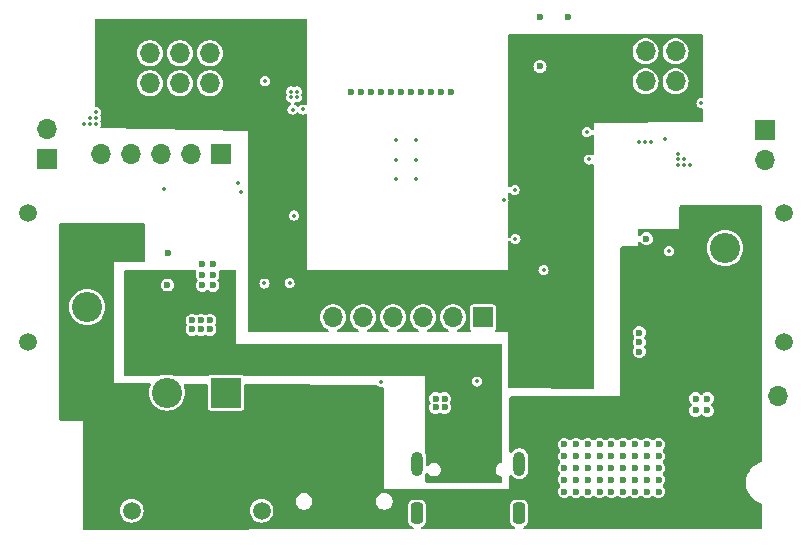
<source format=gbr>
%TF.GenerationSoftware,KiCad,Pcbnew,8.0.5*%
%TF.CreationDate,2024-10-31T19:08:10-07:00*%
%TF.ProjectId,PIG-19,5049472d-3139-42e6-9b69-6361645f7063,rev?*%
%TF.SameCoordinates,Original*%
%TF.FileFunction,Copper,L2,Inr*%
%TF.FilePolarity,Positive*%
%FSLAX46Y46*%
G04 Gerber Fmt 4.6, Leading zero omitted, Abs format (unit mm)*
G04 Created by KiCad (PCBNEW 8.0.5) date 2024-10-31 19:08:10*
%MOMM*%
%LPD*%
G01*
G04 APERTURE LIST*
G04 Aperture macros list*
%AMRoundRect*
0 Rectangle with rounded corners*
0 $1 Rounding radius*
0 $2 $3 $4 $5 $6 $7 $8 $9 X,Y pos of 4 corners*
0 Add a 4 corners polygon primitive as box body*
4,1,4,$2,$3,$4,$5,$6,$7,$8,$9,$2,$3,0*
0 Add four circle primitives for the rounded corners*
1,1,$1+$1,$2,$3*
1,1,$1+$1,$4,$5*
1,1,$1+$1,$6,$7*
1,1,$1+$1,$8,$9*
0 Add four rect primitives between the rounded corners*
20,1,$1+$1,$2,$3,$4,$5,0*
20,1,$1+$1,$4,$5,$6,$7,0*
20,1,$1+$1,$6,$7,$8,$9,0*
20,1,$1+$1,$8,$9,$2,$3,0*%
G04 Aperture macros list end*
%TA.AperFunction,ComponentPad*%
%ADD10R,1.700000X1.700000*%
%TD*%
%TA.AperFunction,ComponentPad*%
%ADD11O,1.700000X1.700000*%
%TD*%
%TA.AperFunction,ComponentPad*%
%ADD12C,2.550000*%
%TD*%
%TA.AperFunction,ComponentPad*%
%ADD13R,2.550000X2.550000*%
%TD*%
%TA.AperFunction,ComponentPad*%
%ADD14C,1.508000*%
%TD*%
%TA.AperFunction,ComponentPad*%
%ADD15O,1.000000X2.100000*%
%TD*%
%TA.AperFunction,ComponentPad*%
%ADD16RoundRect,0.250000X-0.250000X-0.650000X0.250000X-0.650000X0.250000X0.650000X-0.250000X0.650000X0*%
%TD*%
%TA.AperFunction,ViaPad*%
%ADD17C,0.350000*%
%TD*%
%TA.AperFunction,ViaPad*%
%ADD18C,0.600000*%
%TD*%
G04 APERTURE END LIST*
D10*
%TO.N,/mot-2*%
%TO.C,J6*%
X129496955Y-68127518D03*
D11*
%TO.N,GND*%
X129496955Y-65587518D03*
%TD*%
D10*
%TO.N,/SDA*%
%TO.C,BNO1*%
X144196955Y-67627518D03*
D11*
%TO.N,+3V3*%
X141656955Y-67627518D03*
%TO.N,/INT3*%
X139116955Y-67627518D03*
%TO.N,GND*%
X136576955Y-67627518D03*
%TO.N,/SCL*%
X134036955Y-67627518D03*
%TD*%
D12*
%TO.N,GND*%
%TO.C,J2*%
X186871955Y-75627518D03*
D13*
%TO.N,+BATT*%
X186871955Y-80627518D03*
D14*
%TO.N,unconnected-(J2-PadS1)*%
X191871955Y-83627518D03*
%TO.N,unconnected-(J2-PadS2)*%
X191871955Y-72627518D03*
%TD*%
D12*
%TO.N,GND*%
%TO.C,J9*%
X139621955Y-87871768D03*
D13*
%TO.N,Net-(SW3A-A)*%
X144621955Y-87871768D03*
D14*
%TO.N,unconnected-(J9-PadS1)*%
X136621955Y-97871768D03*
%TO.N,unconnected-(J9-PadS2)*%
X147621955Y-97871768D03*
%TD*%
D15*
%TO.N,GND*%
%TO.C,J11*%
X160801955Y-93897518D03*
X169441955Y-93897518D03*
D16*
X160801955Y-98077518D03*
X169441955Y-98077518D03*
%TD*%
D10*
%TO.N,+5V*%
%TO.C,LED1*%
X177596955Y-61527518D03*
D11*
X177596955Y-58987518D03*
%TO.N,/LED_S1*%
X180136955Y-61527518D03*
%TO.N,/LED_S2*%
X180136955Y-58987518D03*
%TO.N,GND*%
X182676955Y-61527518D03*
X182676955Y-58987518D03*
%TD*%
D10*
%TO.N,+BATT*%
%TO.C,LM298NPWR1*%
X188825000Y-88200000D03*
D11*
%TO.N,GND*%
X191365000Y-88200000D03*
%TD*%
D10*
%TO.N,/ENA*%
%TO.C,RescueDCPin1*%
X166370000Y-81500000D03*
D11*
%TO.N,/IN1*%
X163830000Y-81500000D03*
%TO.N,/IN2*%
X161290000Y-81500000D03*
%TO.N,/IN3*%
X158750000Y-81500000D03*
%TO.N,/IN4*%
X156210000Y-81500000D03*
%TO.N,/ENB*%
X153670000Y-81500000D03*
%TD*%
D10*
%TO.N,/mot-1*%
%TO.C,J5*%
X190246955Y-65627518D03*
D11*
%TO.N,GND*%
X190246955Y-68167518D03*
%TD*%
D10*
%TO.N,+5V*%
%TO.C,USS1*%
X135621955Y-61667518D03*
D11*
X135621955Y-59127518D03*
%TO.N,/Echo_1*%
X138161955Y-61667518D03*
%TO.N,/Echo_2*%
X138161955Y-59127518D03*
%TO.N,/Trig_1*%
X140701955Y-61667518D03*
%TO.N,/Trig_2*%
X140701955Y-59127518D03*
%TO.N,GND*%
X143241955Y-61667518D03*
X143241955Y-59127518D03*
%TD*%
D12*
%TO.N,GND*%
%TO.C,J1*%
X132871955Y-80627518D03*
D13*
%TO.N,+BATT*%
X132871955Y-75627518D03*
D14*
%TO.N,unconnected-(J1-PadS1)*%
X127871955Y-72627518D03*
%TO.N,unconnected-(J1-PadS2)*%
X127871955Y-83627518D03*
%TD*%
D17*
%TO.N,/SDA*%
X168121955Y-71600000D03*
D18*
%TO.N,GND*%
X141750000Y-81750000D03*
X173250000Y-92250000D03*
D17*
X159046955Y-68152518D03*
D18*
X180250000Y-94250000D03*
D17*
X133621955Y-65127518D03*
D18*
X176250000Y-95250000D03*
X178250000Y-95250000D03*
X179250000Y-96250000D03*
X174250000Y-96250000D03*
X177250000Y-94250000D03*
X177250000Y-96250000D03*
X181250000Y-93250000D03*
D17*
X150121955Y-62877518D03*
X160696955Y-66502518D03*
X133121955Y-65127518D03*
D18*
X156050000Y-62400000D03*
X178250000Y-92250000D03*
X142600000Y-77900000D03*
X177250000Y-92250000D03*
X180250000Y-92250000D03*
X160300000Y-62400000D03*
X179250000Y-95250000D03*
D17*
X160696955Y-69802518D03*
D18*
X185371955Y-88377518D03*
D17*
X133121955Y-64627518D03*
D18*
X173250000Y-95250000D03*
X179250000Y-94250000D03*
X163700000Y-62400000D03*
X176250000Y-92250000D03*
X177250000Y-95250000D03*
X155200000Y-62400000D03*
D17*
X160696955Y-68152518D03*
D18*
X143250000Y-82500000D03*
D17*
X182871955Y-68627518D03*
D18*
X178250000Y-96250000D03*
X142600000Y-78800000D03*
X176250000Y-94250000D03*
D17*
X150621955Y-62377518D03*
D18*
X143500000Y-77900000D03*
D17*
X159046955Y-66502518D03*
D18*
X174250000Y-92250000D03*
D17*
X180121955Y-66627518D03*
D18*
X158600000Y-62400000D03*
X161150000Y-62400000D03*
X175250000Y-94250000D03*
X174250000Y-93250000D03*
X173250000Y-96250000D03*
X175250000Y-95250000D03*
X179250000Y-93250000D03*
X175250000Y-93250000D03*
X180250000Y-93250000D03*
D17*
X183871955Y-68627518D03*
X179621955Y-66627518D03*
D18*
X185371955Y-89377518D03*
X178250000Y-94250000D03*
X143500000Y-77000000D03*
X173600000Y-56100000D03*
X176250000Y-96250000D03*
D17*
X182871955Y-68127518D03*
X183371955Y-68627518D03*
D18*
X177250000Y-93250000D03*
X173250000Y-93250000D03*
X179250000Y-92250000D03*
D17*
X150121955Y-62377518D03*
X180621955Y-66627518D03*
D18*
X178250000Y-93250000D03*
X184371955Y-89377518D03*
X157750000Y-62400000D03*
X142500000Y-82500000D03*
X180250000Y-95250000D03*
X175250000Y-96250000D03*
X163121955Y-89127518D03*
X163121955Y-88377518D03*
D17*
X159046955Y-69802518D03*
D18*
X184371955Y-88377518D03*
X143250000Y-81750000D03*
X181250000Y-96250000D03*
X171200000Y-56050000D03*
X171200000Y-60250000D03*
X159450000Y-62400000D03*
X143500000Y-78800000D03*
X174250000Y-95250000D03*
D17*
X183371955Y-68127518D03*
X132621955Y-65127518D03*
D18*
X180250000Y-96250000D03*
D17*
X133621955Y-64627518D03*
D18*
X181250000Y-95250000D03*
X162000000Y-62400000D03*
X162850000Y-62400000D03*
X174250000Y-94250000D03*
X181250000Y-94250000D03*
X162371955Y-88377518D03*
X181250000Y-92250000D03*
X141750000Y-82500000D03*
X173250000Y-94250000D03*
D17*
X133621955Y-64127518D03*
X150621955Y-62877518D03*
D18*
X142500000Y-81750000D03*
X162371955Y-89127518D03*
X142600000Y-77000000D03*
X176250000Y-93250000D03*
X156900000Y-62400000D03*
X175250000Y-92250000D03*
D17*
X182871955Y-67627518D03*
%TO.N,Net-(Accelerometer1-CS)*%
X175371955Y-68127518D03*
X175167365Y-65832108D03*
%TO.N,/SCL*%
X169046955Y-70702518D03*
%TO.N,+3V3*%
X150250000Y-63902518D03*
X184871955Y-63377518D03*
X181821955Y-66377518D03*
X151100000Y-63900000D03*
X150000000Y-78600000D03*
X147921955Y-61500000D03*
X150371955Y-72877518D03*
X147871955Y-78627518D03*
X171500000Y-77500000D03*
D18*
%TO.N,PWR-DIODE*%
X139650000Y-78750000D03*
X139675000Y-76025000D03*
X179600000Y-84400000D03*
X179600000Y-82800000D03*
X179600000Y-83600000D03*
X180200000Y-74850000D03*
%TO.N,+BATT*%
X183900000Y-73100000D03*
X153500000Y-91750000D03*
X153500000Y-90750000D03*
X152500000Y-90750000D03*
X154500000Y-91750000D03*
X152500000Y-91750000D03*
X154500000Y-89750000D03*
X152500000Y-89750000D03*
X136871955Y-76000000D03*
X154500000Y-90750000D03*
X153500000Y-89750000D03*
%TO.N,+5V*%
X174800000Y-74850000D03*
X174600000Y-82800000D03*
X174600000Y-83600000D03*
X174600000Y-85200000D03*
X169400000Y-86750000D03*
X174600000Y-84400000D03*
%TO.N,+V_USB*%
X163750000Y-95000000D03*
X165250000Y-95000000D03*
X166750000Y-95000000D03*
X164500000Y-95000000D03*
X166000000Y-95000000D03*
X136800000Y-78700000D03*
D17*
%TO.N,/mot-2*%
X145621955Y-70127518D03*
%TO.N,/DP*%
X165871955Y-86928045D03*
X157750000Y-87000000D03*
%TO.N,/Batt_S*%
X182121955Y-75877518D03*
X169121955Y-74877518D03*
%TO.N,/INT3*%
X145871955Y-70877518D03*
X139371955Y-70627518D03*
%TD*%
%TA.AperFunction,Conductor*%
%TO.N,+V_USB*%
G36*
X142051289Y-77519685D02*
G01*
X142097044Y-77572489D01*
X142106988Y-77641647D01*
X142098811Y-77671452D01*
X142063671Y-77756287D01*
X142063670Y-77756291D01*
X142044750Y-77899999D01*
X142044750Y-77900000D01*
X142063670Y-78043708D01*
X142063671Y-78043712D01*
X142119137Y-78177622D01*
X142119138Y-78177624D01*
X142119139Y-78177625D01*
X142193485Y-78274515D01*
X142218679Y-78339682D01*
X142204641Y-78408127D01*
X142193489Y-78425480D01*
X142161727Y-78466874D01*
X142119137Y-78522377D01*
X142063671Y-78656287D01*
X142063670Y-78656291D01*
X142044750Y-78799999D01*
X142044750Y-78800000D01*
X142063670Y-78943708D01*
X142063671Y-78943712D01*
X142119137Y-79077622D01*
X142119138Y-79077624D01*
X142119139Y-79077625D01*
X142207379Y-79192621D01*
X142322375Y-79280861D01*
X142322376Y-79280861D01*
X142322377Y-79280862D01*
X142367013Y-79299350D01*
X142456291Y-79336330D01*
X142583280Y-79353048D01*
X142599999Y-79355250D01*
X142600000Y-79355250D01*
X142600001Y-79355250D01*
X142614977Y-79353278D01*
X142743709Y-79336330D01*
X142877625Y-79280861D01*
X142974515Y-79206514D01*
X143039682Y-79181321D01*
X143108127Y-79195359D01*
X143125480Y-79206510D01*
X143222375Y-79280861D01*
X143222376Y-79280861D01*
X143222377Y-79280862D01*
X143267013Y-79299350D01*
X143356291Y-79336330D01*
X143483280Y-79353048D01*
X143499999Y-79355250D01*
X143500000Y-79355250D01*
X143500001Y-79355250D01*
X143514977Y-79353278D01*
X143643709Y-79336330D01*
X143777625Y-79280861D01*
X143892621Y-79192621D01*
X143980861Y-79077625D01*
X144036330Y-78943709D01*
X144055250Y-78800000D01*
X144036330Y-78656291D01*
X143980861Y-78522375D01*
X143906514Y-78425484D01*
X143881321Y-78360318D01*
X143895359Y-78291873D01*
X143906510Y-78274519D01*
X143980861Y-78177625D01*
X144036330Y-78043709D01*
X144055250Y-77900000D01*
X144036330Y-77756291D01*
X144001188Y-77671451D01*
X143993720Y-77601983D01*
X144024995Y-77539504D01*
X144085084Y-77503852D01*
X144115750Y-77500000D01*
X145376000Y-77500000D01*
X145443039Y-77519685D01*
X145488794Y-77572489D01*
X145500000Y-77624000D01*
X145500000Y-83750000D01*
X167876000Y-83750000D01*
X167943039Y-83769685D01*
X167988794Y-83822489D01*
X168000000Y-83874000D01*
X168000000Y-93709771D01*
X167980315Y-93776810D01*
X167927511Y-93822565D01*
X167908094Y-93829545D01*
X167789820Y-93861237D01*
X167789818Y-93861237D01*
X167789818Y-93861238D01*
X167658590Y-93937003D01*
X167658587Y-93937005D01*
X167551442Y-94044150D01*
X167551440Y-94044153D01*
X167475674Y-94175381D01*
X167436455Y-94321752D01*
X167436455Y-94473283D01*
X167475674Y-94619654D01*
X167502681Y-94666431D01*
X167551440Y-94750883D01*
X167658590Y-94858033D01*
X167789820Y-94933799D01*
X167908095Y-94965490D01*
X167967753Y-95001854D01*
X167998283Y-95064700D01*
X168000000Y-95085264D01*
X168000000Y-95376000D01*
X167980315Y-95443039D01*
X167927511Y-95488794D01*
X167876000Y-95500000D01*
X161624000Y-95500000D01*
X161556961Y-95480315D01*
X161511206Y-95427511D01*
X161500000Y-95376000D01*
X161500000Y-94748102D01*
X161509430Y-94700671D01*
X161510538Y-94697994D01*
X161554367Y-94643586D01*
X161620657Y-94621508D01*
X161688360Y-94638774D01*
X161732494Y-94683427D01*
X161771440Y-94750883D01*
X161878590Y-94858033D01*
X162009820Y-94933799D01*
X162156189Y-94973018D01*
X162156191Y-94973018D01*
X162307719Y-94973018D01*
X162307721Y-94973018D01*
X162454090Y-94933799D01*
X162585320Y-94858033D01*
X162692470Y-94750883D01*
X162768236Y-94619653D01*
X162807455Y-94473284D01*
X162807455Y-94321752D01*
X162768236Y-94175383D01*
X162692470Y-94044153D01*
X162585320Y-93937003D01*
X162519705Y-93899120D01*
X162454091Y-93861237D01*
X162335816Y-93829546D01*
X162307721Y-93822018D01*
X162156189Y-93822018D01*
X162009818Y-93861237D01*
X161878590Y-93937003D01*
X161878587Y-93937005D01*
X161765693Y-94049900D01*
X161763674Y-94047881D01*
X161718400Y-94080938D01*
X161648653Y-94085091D01*
X161587734Y-94050877D01*
X161554983Y-93989159D01*
X161552455Y-93964248D01*
X161552455Y-93273597D01*
X161523614Y-93128610D01*
X161523613Y-93128609D01*
X161523613Y-93128605D01*
X161509438Y-93094383D01*
X161500000Y-93046932D01*
X161500000Y-88377517D01*
X161816705Y-88377517D01*
X161816705Y-88377518D01*
X161835625Y-88521226D01*
X161835626Y-88521230D01*
X161891093Y-88655142D01*
X161907890Y-88677033D01*
X161933083Y-88742203D01*
X161919044Y-88810647D01*
X161907890Y-88828003D01*
X161891093Y-88849893D01*
X161835626Y-88983805D01*
X161835625Y-88983809D01*
X161816705Y-89127517D01*
X161816705Y-89127518D01*
X161835625Y-89271226D01*
X161835626Y-89271230D01*
X161891092Y-89405140D01*
X161891093Y-89405142D01*
X161891094Y-89405143D01*
X161979334Y-89520139D01*
X162094330Y-89608379D01*
X162228246Y-89663848D01*
X162355235Y-89680566D01*
X162371954Y-89682768D01*
X162371955Y-89682768D01*
X162371956Y-89682768D01*
X162386932Y-89680796D01*
X162515664Y-89663848D01*
X162649580Y-89608379D01*
X162671469Y-89591583D01*
X162736638Y-89566389D01*
X162805083Y-89580427D01*
X162822442Y-89591583D01*
X162844330Y-89608379D01*
X162978246Y-89663848D01*
X163105235Y-89680566D01*
X163121954Y-89682768D01*
X163121955Y-89682768D01*
X163121956Y-89682768D01*
X163136932Y-89680796D01*
X163265664Y-89663848D01*
X163399580Y-89608379D01*
X163514576Y-89520139D01*
X163602816Y-89405143D01*
X163658285Y-89271227D01*
X163677205Y-89127518D01*
X163658285Y-88983809D01*
X163602816Y-88849893D01*
X163586020Y-88828004D01*
X163560826Y-88762835D01*
X163574864Y-88694390D01*
X163586020Y-88677032D01*
X163588090Y-88674333D01*
X163602816Y-88655143D01*
X163658285Y-88521227D01*
X163677205Y-88377518D01*
X163658285Y-88233809D01*
X163621305Y-88144531D01*
X163602817Y-88099895D01*
X163602816Y-88099894D01*
X163602816Y-88099893D01*
X163514576Y-87984897D01*
X163399580Y-87896657D01*
X163399579Y-87896656D01*
X163399577Y-87896655D01*
X163265667Y-87841189D01*
X163265665Y-87841188D01*
X163265664Y-87841188D01*
X163193809Y-87831728D01*
X163121956Y-87822268D01*
X163121954Y-87822268D01*
X162978246Y-87841188D01*
X162978242Y-87841189D01*
X162844330Y-87896656D01*
X162822440Y-87913453D01*
X162757270Y-87938646D01*
X162688826Y-87924607D01*
X162671470Y-87913453D01*
X162649579Y-87896656D01*
X162649580Y-87896656D01*
X162515667Y-87841189D01*
X162515665Y-87841188D01*
X162515664Y-87841188D01*
X162443809Y-87831728D01*
X162371956Y-87822268D01*
X162371954Y-87822268D01*
X162228246Y-87841188D01*
X162228242Y-87841189D01*
X162094332Y-87896655D01*
X161979334Y-87984897D01*
X161891092Y-88099895D01*
X161835626Y-88233805D01*
X161835625Y-88233809D01*
X161816705Y-88377517D01*
X161500000Y-88377517D01*
X161500000Y-86928042D01*
X165441151Y-86928042D01*
X165441151Y-86928047D01*
X165462234Y-87061166D01*
X165462235Y-87061169D01*
X165462236Y-87061171D01*
X165523427Y-87181265D01*
X165523428Y-87181266D01*
X165523431Y-87181270D01*
X165618729Y-87276568D01*
X165618733Y-87276571D01*
X165618735Y-87276573D01*
X165738829Y-87337764D01*
X165738831Y-87337764D01*
X165738833Y-87337765D01*
X165871953Y-87358849D01*
X165871955Y-87358849D01*
X165871957Y-87358849D01*
X166005076Y-87337765D01*
X166005076Y-87337764D01*
X166005081Y-87337764D01*
X166125175Y-87276573D01*
X166220483Y-87181265D01*
X166281674Y-87061171D01*
X166281675Y-87061166D01*
X166302759Y-86928047D01*
X166302759Y-86928042D01*
X166281675Y-86794923D01*
X166281674Y-86794921D01*
X166281674Y-86794919D01*
X166220483Y-86674825D01*
X166220481Y-86674823D01*
X166220478Y-86674819D01*
X166125180Y-86579521D01*
X166125176Y-86579518D01*
X166125175Y-86579517D01*
X166005081Y-86518326D01*
X166005079Y-86518325D01*
X166005076Y-86518324D01*
X165871957Y-86497241D01*
X165871953Y-86497241D01*
X165738833Y-86518324D01*
X165618733Y-86579518D01*
X165618729Y-86579521D01*
X165523431Y-86674819D01*
X165523428Y-86674823D01*
X165462234Y-86794923D01*
X165441151Y-86928042D01*
X161500000Y-86928042D01*
X161500000Y-86500000D01*
X146199850Y-86500000D01*
X146132811Y-86480315D01*
X146096749Y-86444892D01*
X146077556Y-86416167D01*
X145994695Y-86360802D01*
X145994694Y-86360801D01*
X145994690Y-86360800D01*
X145921632Y-86346268D01*
X145921629Y-86346268D01*
X143322281Y-86346268D01*
X143322278Y-86346268D01*
X143249219Y-86360800D01*
X143249215Y-86360801D01*
X143166354Y-86416167D01*
X143147161Y-86444891D01*
X143093551Y-86489695D01*
X143044060Y-86500000D01*
X140321202Y-86500000D01*
X140273749Y-86490561D01*
X140163490Y-86444890D01*
X140094818Y-86416445D01*
X140094814Y-86416444D01*
X140094808Y-86416442D01*
X139861337Y-86360391D01*
X139621955Y-86341551D01*
X139382572Y-86360391D01*
X139149101Y-86416442D01*
X139149089Y-86416446D01*
X138970161Y-86490561D01*
X138922708Y-86500000D01*
X136124000Y-86500000D01*
X136056961Y-86480315D01*
X136011206Y-86427511D01*
X136000000Y-86376000D01*
X136000000Y-81749999D01*
X141194750Y-81749999D01*
X141194750Y-81750000D01*
X141213670Y-81893708D01*
X141213671Y-81893712D01*
X141269138Y-82027624D01*
X141285935Y-82049515D01*
X141311128Y-82114685D01*
X141297089Y-82183129D01*
X141285935Y-82200485D01*
X141269138Y-82222375D01*
X141213671Y-82356287D01*
X141213670Y-82356291D01*
X141194750Y-82499999D01*
X141194750Y-82500000D01*
X141213670Y-82643708D01*
X141213671Y-82643712D01*
X141269137Y-82777622D01*
X141269138Y-82777624D01*
X141269139Y-82777625D01*
X141357379Y-82892621D01*
X141472375Y-82980861D01*
X141606291Y-83036330D01*
X141733280Y-83053048D01*
X141749999Y-83055250D01*
X141750000Y-83055250D01*
X141750001Y-83055250D01*
X141764977Y-83053278D01*
X141893709Y-83036330D01*
X142027625Y-82980861D01*
X142049514Y-82964065D01*
X142114683Y-82938871D01*
X142183128Y-82952909D01*
X142200487Y-82964065D01*
X142222375Y-82980861D01*
X142356291Y-83036330D01*
X142483280Y-83053048D01*
X142499999Y-83055250D01*
X142500000Y-83055250D01*
X142500001Y-83055250D01*
X142514977Y-83053278D01*
X142643709Y-83036330D01*
X142777625Y-82980861D01*
X142799514Y-82964065D01*
X142864683Y-82938871D01*
X142933128Y-82952909D01*
X142950487Y-82964065D01*
X142972375Y-82980861D01*
X143106291Y-83036330D01*
X143233280Y-83053048D01*
X143249999Y-83055250D01*
X143250000Y-83055250D01*
X143250001Y-83055250D01*
X143264977Y-83053278D01*
X143393709Y-83036330D01*
X143527625Y-82980861D01*
X143642621Y-82892621D01*
X143730861Y-82777625D01*
X143786330Y-82643709D01*
X143805250Y-82500000D01*
X143786330Y-82356291D01*
X143730861Y-82222375D01*
X143714065Y-82200486D01*
X143688871Y-82135317D01*
X143702909Y-82066872D01*
X143714065Y-82049514D01*
X143716135Y-82046815D01*
X143730861Y-82027625D01*
X143786330Y-81893709D01*
X143805250Y-81750000D01*
X143786330Y-81606291D01*
X143749350Y-81517013D01*
X143730862Y-81472377D01*
X143730861Y-81472376D01*
X143730861Y-81472375D01*
X143642621Y-81357379D01*
X143527625Y-81269139D01*
X143527624Y-81269138D01*
X143527622Y-81269137D01*
X143393712Y-81213671D01*
X143393710Y-81213670D01*
X143393709Y-81213670D01*
X143321854Y-81204210D01*
X143250001Y-81194750D01*
X143249999Y-81194750D01*
X143106291Y-81213670D01*
X143106287Y-81213671D01*
X142972375Y-81269138D01*
X142950485Y-81285935D01*
X142885315Y-81311128D01*
X142816871Y-81297089D01*
X142799515Y-81285935D01*
X142777624Y-81269138D01*
X142777625Y-81269138D01*
X142643712Y-81213671D01*
X142643710Y-81213670D01*
X142643709Y-81213670D01*
X142571854Y-81204210D01*
X142500001Y-81194750D01*
X142499999Y-81194750D01*
X142356291Y-81213670D01*
X142356287Y-81213671D01*
X142222375Y-81269138D01*
X142200485Y-81285935D01*
X142135315Y-81311128D01*
X142066871Y-81297089D01*
X142049515Y-81285935D01*
X142027624Y-81269138D01*
X142027625Y-81269138D01*
X141893712Y-81213671D01*
X141893710Y-81213670D01*
X141893709Y-81213670D01*
X141821854Y-81204210D01*
X141750001Y-81194750D01*
X141749999Y-81194750D01*
X141606291Y-81213670D01*
X141606287Y-81213671D01*
X141472377Y-81269137D01*
X141357379Y-81357379D01*
X141269137Y-81472377D01*
X141213671Y-81606287D01*
X141213670Y-81606291D01*
X141194750Y-81749999D01*
X136000000Y-81749999D01*
X136000000Y-78750000D01*
X139094750Y-78750000D01*
X139108339Y-78853220D01*
X139113670Y-78893708D01*
X139113671Y-78893712D01*
X139169137Y-79027622D01*
X139169138Y-79027624D01*
X139169139Y-79027625D01*
X139257379Y-79142621D01*
X139372375Y-79230861D01*
X139506291Y-79286330D01*
X139633280Y-79303048D01*
X139649999Y-79305250D01*
X139650000Y-79305250D01*
X139650001Y-79305250D01*
X139664977Y-79303278D01*
X139793709Y-79286330D01*
X139927625Y-79230861D01*
X140042621Y-79142621D01*
X140130861Y-79027625D01*
X140186330Y-78893709D01*
X140205250Y-78750000D01*
X140186330Y-78606291D01*
X140130861Y-78472375D01*
X140042621Y-78357379D01*
X139927625Y-78269139D01*
X139927624Y-78269138D01*
X139927622Y-78269137D01*
X139793712Y-78213671D01*
X139793710Y-78213670D01*
X139793709Y-78213670D01*
X139721854Y-78204210D01*
X139650001Y-78194750D01*
X139649999Y-78194750D01*
X139506291Y-78213670D01*
X139506287Y-78213671D01*
X139372377Y-78269137D01*
X139257379Y-78357379D01*
X139169137Y-78472377D01*
X139113671Y-78606287D01*
X139113670Y-78606291D01*
X139096972Y-78733126D01*
X139094750Y-78750000D01*
X136000000Y-78750000D01*
X136000000Y-77624000D01*
X136019685Y-77556961D01*
X136072489Y-77511206D01*
X136124000Y-77500000D01*
X141984250Y-77500000D01*
X142051289Y-77519685D01*
G37*
%TD.AperFunction*%
%TD*%
%TA.AperFunction,Conductor*%
%TO.N,+BATT*%
G36*
X189943039Y-72019685D02*
G01*
X189988794Y-72072489D01*
X190000000Y-72124000D01*
X190000000Y-93623047D01*
X189980315Y-93690086D01*
X189927511Y-93735841D01*
X189908102Y-93742820D01*
X189903897Y-93743946D01*
X189679799Y-93836770D01*
X189679785Y-93836777D01*
X189469706Y-93958067D01*
X189277263Y-94105733D01*
X189277256Y-94105739D01*
X189105739Y-94277256D01*
X189105733Y-94277263D01*
X188958067Y-94469706D01*
X188836777Y-94679785D01*
X188836773Y-94679794D01*
X188743947Y-94903895D01*
X188681161Y-95138214D01*
X188649500Y-95378711D01*
X188649500Y-95621288D01*
X188681161Y-95861785D01*
X188743947Y-96096104D01*
X188807693Y-96249999D01*
X188836776Y-96320212D01*
X188958064Y-96530289D01*
X188958066Y-96530292D01*
X188958067Y-96530293D01*
X189105733Y-96722736D01*
X189105739Y-96722743D01*
X189277256Y-96894260D01*
X189277263Y-96894266D01*
X189319948Y-96927019D01*
X189469711Y-97041936D01*
X189679788Y-97163224D01*
X189903900Y-97256054D01*
X189908088Y-97257176D01*
X189967750Y-97293538D01*
X189998282Y-97356383D01*
X190000000Y-97376952D01*
X190000000Y-99276215D01*
X189980315Y-99343254D01*
X189927511Y-99389009D01*
X189876216Y-99400215D01*
X169915004Y-99434930D01*
X169847930Y-99415362D01*
X169802083Y-99362638D01*
X169792020Y-99293496D01*
X169820934Y-99229890D01*
X169871456Y-99194748D01*
X169934281Y-99171316D01*
X169934281Y-99171315D01*
X169934286Y-99171314D01*
X170049501Y-99085064D01*
X170135751Y-98969849D01*
X170186046Y-98835001D01*
X170192455Y-98775391D01*
X170192454Y-97379646D01*
X170186046Y-97320035D01*
X170184561Y-97316054D01*
X170135752Y-97185189D01*
X170135748Y-97185182D01*
X170049502Y-97069973D01*
X170049499Y-97069970D01*
X169934290Y-96983724D01*
X169934283Y-96983720D01*
X169799441Y-96933428D01*
X169799440Y-96933427D01*
X169799438Y-96933427D01*
X169739828Y-96927018D01*
X169739818Y-96927018D01*
X169144084Y-96927018D01*
X169144078Y-96927019D01*
X169084471Y-96933426D01*
X168949626Y-96983720D01*
X168949619Y-96983724D01*
X168834410Y-97069970D01*
X168834407Y-97069973D01*
X168748161Y-97185182D01*
X168748157Y-97185189D01*
X168697863Y-97320035D01*
X168691542Y-97378838D01*
X168691456Y-97379641D01*
X168691455Y-97379653D01*
X168691455Y-98775388D01*
X168691456Y-98775394D01*
X168697863Y-98835001D01*
X168748157Y-98969846D01*
X168748161Y-98969853D01*
X168834407Y-99085062D01*
X168834410Y-99085065D01*
X168949619Y-99171311D01*
X168949628Y-99171316D01*
X169016842Y-99196385D01*
X169072776Y-99238256D01*
X169097194Y-99303720D01*
X169082343Y-99371993D01*
X169032938Y-99421399D01*
X168973726Y-99436567D01*
X161234528Y-99450026D01*
X161167454Y-99430458D01*
X161121607Y-99377734D01*
X161111544Y-99308592D01*
X161140458Y-99244986D01*
X161190978Y-99209845D01*
X161294286Y-99171314D01*
X161409501Y-99085064D01*
X161495751Y-98969849D01*
X161546046Y-98835001D01*
X161552455Y-98775391D01*
X161552454Y-97379646D01*
X161546046Y-97320035D01*
X161544561Y-97316054D01*
X161495752Y-97185189D01*
X161495748Y-97185182D01*
X161409502Y-97069973D01*
X161409499Y-97069970D01*
X161294290Y-96983724D01*
X161294283Y-96983720D01*
X161159441Y-96933428D01*
X161159440Y-96933427D01*
X161159438Y-96933427D01*
X161099828Y-96927018D01*
X161099818Y-96927018D01*
X160504084Y-96927018D01*
X160504078Y-96927019D01*
X160444471Y-96933426D01*
X160309626Y-96983720D01*
X160309619Y-96983724D01*
X160194410Y-97069970D01*
X160194407Y-97069973D01*
X160108161Y-97185182D01*
X160108157Y-97185189D01*
X160057863Y-97320035D01*
X160051542Y-97378838D01*
X160051456Y-97379641D01*
X160051455Y-97379653D01*
X160051455Y-98775388D01*
X160051456Y-98775394D01*
X160057863Y-98835001D01*
X160108157Y-98969846D01*
X160108161Y-98969853D01*
X160194407Y-99085062D01*
X160194410Y-99085065D01*
X160309619Y-99171311D01*
X160309628Y-99171316D01*
X160416942Y-99211341D01*
X160472876Y-99253212D01*
X160497294Y-99318676D01*
X160482443Y-99386949D01*
X160433038Y-99436355D01*
X160373826Y-99451523D01*
X132624216Y-99499783D01*
X132557142Y-99480215D01*
X132511295Y-99427491D01*
X132500000Y-99375783D01*
X132500000Y-97871768D01*
X135612595Y-97871768D01*
X135631989Y-98068682D01*
X135689429Y-98258037D01*
X135782699Y-98432532D01*
X135782703Y-98432539D01*
X135908229Y-98585493D01*
X136061183Y-98711019D01*
X136061190Y-98711023D01*
X136235685Y-98804293D01*
X136235687Y-98804293D01*
X136235690Y-98804295D01*
X136425039Y-98861733D01*
X136425038Y-98861733D01*
X136442694Y-98863471D01*
X136621955Y-98881128D01*
X136818871Y-98861733D01*
X137008220Y-98804295D01*
X137182725Y-98711020D01*
X137335680Y-98585493D01*
X137461207Y-98432538D01*
X137554482Y-98258033D01*
X137611920Y-98068684D01*
X137631315Y-97871768D01*
X146612595Y-97871768D01*
X146631989Y-98068682D01*
X146689429Y-98258037D01*
X146782699Y-98432532D01*
X146782703Y-98432539D01*
X146908229Y-98585493D01*
X147061183Y-98711019D01*
X147061190Y-98711023D01*
X147235685Y-98804293D01*
X147235687Y-98804293D01*
X147235690Y-98804295D01*
X147425039Y-98861733D01*
X147425038Y-98861733D01*
X147442694Y-98863471D01*
X147621955Y-98881128D01*
X147818871Y-98861733D01*
X148008220Y-98804295D01*
X148182725Y-98711020D01*
X148335680Y-98585493D01*
X148461207Y-98432538D01*
X148554482Y-98258033D01*
X148611920Y-98068684D01*
X148631315Y-97871768D01*
X148611920Y-97674852D01*
X148554482Y-97485503D01*
X148554480Y-97485500D01*
X148554480Y-97485498D01*
X148461210Y-97311003D01*
X148461206Y-97310996D01*
X148335680Y-97158042D01*
X148321632Y-97146513D01*
X150521454Y-97146513D01*
X150548373Y-97281840D01*
X150548376Y-97281850D01*
X150601176Y-97409322D01*
X150601183Y-97409335D01*
X150677840Y-97524059D01*
X150677843Y-97524063D01*
X150775409Y-97621629D01*
X150775413Y-97621632D01*
X150890137Y-97698289D01*
X150890150Y-97698296D01*
X151017622Y-97751096D01*
X151017627Y-97751098D01*
X151017631Y-97751098D01*
X151017632Y-97751099D01*
X151152959Y-97778018D01*
X151152962Y-97778018D01*
X151290950Y-97778018D01*
X151381996Y-97759907D01*
X151426283Y-97751098D01*
X151553766Y-97698293D01*
X151668497Y-97621632D01*
X151766069Y-97524060D01*
X151842730Y-97409329D01*
X151895535Y-97281846D01*
X151907196Y-97223224D01*
X151922455Y-97146513D01*
X157321454Y-97146513D01*
X157348373Y-97281840D01*
X157348376Y-97281850D01*
X157401176Y-97409322D01*
X157401183Y-97409335D01*
X157477840Y-97524059D01*
X157477843Y-97524063D01*
X157575409Y-97621629D01*
X157575413Y-97621632D01*
X157690137Y-97698289D01*
X157690150Y-97698296D01*
X157817622Y-97751096D01*
X157817627Y-97751098D01*
X157817631Y-97751098D01*
X157817632Y-97751099D01*
X157952959Y-97778018D01*
X157952962Y-97778018D01*
X158090950Y-97778018D01*
X158181996Y-97759907D01*
X158226283Y-97751098D01*
X158353766Y-97698293D01*
X158468497Y-97621632D01*
X158566069Y-97524060D01*
X158642730Y-97409329D01*
X158695535Y-97281846D01*
X158707196Y-97223224D01*
X158722455Y-97146513D01*
X158722455Y-97008522D01*
X158695536Y-96873195D01*
X158695535Y-96873194D01*
X158695535Y-96873190D01*
X158691069Y-96862408D01*
X158642733Y-96745713D01*
X158642726Y-96745700D01*
X158566069Y-96630976D01*
X158566066Y-96630972D01*
X158468500Y-96533406D01*
X158468496Y-96533403D01*
X158353772Y-96456746D01*
X158353759Y-96456739D01*
X158226287Y-96403939D01*
X158226277Y-96403936D01*
X158090950Y-96377018D01*
X158090948Y-96377018D01*
X157952962Y-96377018D01*
X157952960Y-96377018D01*
X157817632Y-96403936D01*
X157817622Y-96403939D01*
X157690150Y-96456739D01*
X157690137Y-96456746D01*
X157575413Y-96533403D01*
X157575409Y-96533406D01*
X157477843Y-96630972D01*
X157477840Y-96630976D01*
X157401183Y-96745700D01*
X157401176Y-96745713D01*
X157348376Y-96873185D01*
X157348373Y-96873195D01*
X157321455Y-97008522D01*
X157321455Y-97008525D01*
X157321455Y-97146511D01*
X157321455Y-97146513D01*
X157321454Y-97146513D01*
X151922455Y-97146513D01*
X151922455Y-97008522D01*
X151895536Y-96873195D01*
X151895535Y-96873194D01*
X151895535Y-96873190D01*
X151891069Y-96862408D01*
X151842733Y-96745713D01*
X151842726Y-96745700D01*
X151766069Y-96630976D01*
X151766066Y-96630972D01*
X151668500Y-96533406D01*
X151668496Y-96533403D01*
X151553772Y-96456746D01*
X151553759Y-96456739D01*
X151426287Y-96403939D01*
X151426277Y-96403936D01*
X151290950Y-96377018D01*
X151290948Y-96377018D01*
X151152962Y-96377018D01*
X151152960Y-96377018D01*
X151017632Y-96403936D01*
X151017622Y-96403939D01*
X150890150Y-96456739D01*
X150890137Y-96456746D01*
X150775413Y-96533403D01*
X150775409Y-96533406D01*
X150677843Y-96630972D01*
X150677840Y-96630976D01*
X150601183Y-96745700D01*
X150601176Y-96745713D01*
X150548376Y-96873185D01*
X150548373Y-96873195D01*
X150521455Y-97008522D01*
X150521455Y-97008525D01*
X150521455Y-97146511D01*
X150521455Y-97146513D01*
X150521454Y-97146513D01*
X148321632Y-97146513D01*
X148182726Y-97032516D01*
X148182719Y-97032512D01*
X148008224Y-96939242D01*
X147859953Y-96894265D01*
X147818871Y-96881803D01*
X147818869Y-96881802D01*
X147818871Y-96881802D01*
X147621955Y-96862408D01*
X147425040Y-96881802D01*
X147235685Y-96939242D01*
X147061190Y-97032512D01*
X147061183Y-97032516D01*
X146908229Y-97158042D01*
X146782703Y-97310996D01*
X146782699Y-97311003D01*
X146689429Y-97485498D01*
X146631989Y-97674853D01*
X146612595Y-97871768D01*
X137631315Y-97871768D01*
X137611920Y-97674852D01*
X137554482Y-97485503D01*
X137554480Y-97485500D01*
X137554480Y-97485498D01*
X137461210Y-97311003D01*
X137461206Y-97310996D01*
X137335680Y-97158042D01*
X137182726Y-97032516D01*
X137182719Y-97032512D01*
X137008224Y-96939242D01*
X136859953Y-96894265D01*
X136818871Y-96881803D01*
X136818869Y-96881802D01*
X136818871Y-96881802D01*
X136621955Y-96862408D01*
X136425040Y-96881802D01*
X136235685Y-96939242D01*
X136061190Y-97032512D01*
X136061183Y-97032516D01*
X135908229Y-97158042D01*
X135782703Y-97310996D01*
X135782699Y-97311003D01*
X135689429Y-97485498D01*
X135631989Y-97674853D01*
X135612595Y-97871768D01*
X132500000Y-97871768D01*
X132500000Y-90250000D01*
X130624000Y-90250000D01*
X130556961Y-90230315D01*
X130511206Y-90177511D01*
X130500000Y-90126000D01*
X130500000Y-80627518D01*
X131341738Y-80627518D01*
X131360578Y-80866900D01*
X131416629Y-81100371D01*
X131416633Y-81100383D01*
X131508520Y-81322220D01*
X131600535Y-81472375D01*
X131633983Y-81526957D01*
X131789928Y-81709545D01*
X131972516Y-81865490D01*
X131972518Y-81865491D01*
X132177252Y-81990952D01*
X132265789Y-82027625D01*
X132399092Y-82082841D01*
X132632576Y-82138895D01*
X132871955Y-82157735D01*
X133111334Y-82138895D01*
X133344818Y-82082841D01*
X133566659Y-81990951D01*
X133771394Y-81865490D01*
X133953982Y-81709545D01*
X134109927Y-81526957D01*
X134235388Y-81322222D01*
X134327278Y-81100381D01*
X134383332Y-80866897D01*
X134402172Y-80627518D01*
X134383332Y-80388139D01*
X134327278Y-80154655D01*
X134275463Y-80029565D01*
X134235389Y-79932815D01*
X134109928Y-79728081D01*
X134109927Y-79728079D01*
X133953982Y-79545491D01*
X133771394Y-79389546D01*
X133715428Y-79355250D01*
X133566657Y-79264083D01*
X133344820Y-79172196D01*
X133344822Y-79172196D01*
X133344818Y-79172195D01*
X133344814Y-79172194D01*
X133344808Y-79172192D01*
X133111337Y-79116141D01*
X132871955Y-79097301D01*
X132632572Y-79116141D01*
X132399101Y-79172192D01*
X132399089Y-79172196D01*
X132177252Y-79264083D01*
X131972518Y-79389544D01*
X131789928Y-79545491D01*
X131633981Y-79728081D01*
X131508520Y-79932815D01*
X131416633Y-80154652D01*
X131416629Y-80154664D01*
X131360578Y-80388135D01*
X131341738Y-80627518D01*
X130500000Y-80627518D01*
X130500000Y-73624000D01*
X130519685Y-73556961D01*
X130572489Y-73511206D01*
X130624000Y-73500000D01*
X137627864Y-73500000D01*
X137694903Y-73519685D01*
X137740658Y-73572489D01*
X137751850Y-73622121D01*
X137771709Y-74932815D01*
X137792550Y-76308322D01*
X137798093Y-76674121D01*
X137779426Y-76741451D01*
X137727321Y-76788001D01*
X137674107Y-76800000D01*
X135150000Y-76800000D01*
X135150000Y-87050000D01*
X138115910Y-87075959D01*
X138182773Y-87096229D01*
X138228064Y-87149432D01*
X138237402Y-87218675D01*
X138229384Y-87247406D01*
X138166635Y-87398897D01*
X138166629Y-87398914D01*
X138110578Y-87632385D01*
X138091738Y-87871768D01*
X138110578Y-88111150D01*
X138166629Y-88344621D01*
X138166633Y-88344633D01*
X138258520Y-88566470D01*
X138383329Y-88770140D01*
X138383983Y-88771207D01*
X138539928Y-88953795D01*
X138722516Y-89109740D01*
X138722518Y-89109741D01*
X138927252Y-89235202D01*
X139014225Y-89271227D01*
X139149092Y-89327091D01*
X139382576Y-89383145D01*
X139621955Y-89401985D01*
X139861334Y-89383145D01*
X140094818Y-89327091D01*
X140294190Y-89244508D01*
X140316657Y-89235202D01*
X140316659Y-89235201D01*
X140521394Y-89109740D01*
X140703982Y-88953795D01*
X140859927Y-88771207D01*
X140985388Y-88566472D01*
X141077278Y-88344631D01*
X141133332Y-88111147D01*
X141152172Y-87871768D01*
X141133332Y-87632389D01*
X141077278Y-87398905D01*
X141025492Y-87273885D01*
X141018024Y-87204416D01*
X141049299Y-87141937D01*
X141109388Y-87106285D01*
X141141132Y-87102438D01*
X142973541Y-87118477D01*
X143040405Y-87138747D01*
X143085696Y-87191950D01*
X143096455Y-87242472D01*
X143096455Y-89171446D01*
X143110987Y-89244503D01*
X143110988Y-89244507D01*
X143110989Y-89244508D01*
X143166354Y-89327369D01*
X143241407Y-89377517D01*
X143249215Y-89382734D01*
X143249219Y-89382735D01*
X143322276Y-89397267D01*
X143322279Y-89397268D01*
X143322281Y-89397268D01*
X145921631Y-89397268D01*
X145921632Y-89397267D01*
X145994695Y-89382734D01*
X146077556Y-89327369D01*
X146132921Y-89244508D01*
X146147455Y-89171442D01*
X146147455Y-87271346D01*
X146167140Y-87204307D01*
X146219944Y-87158552D01*
X146272532Y-87147352D01*
X157342212Y-87244242D01*
X157409076Y-87264512D01*
X157428807Y-87280556D01*
X157496774Y-87348523D01*
X157496778Y-87348526D01*
X157496780Y-87348528D01*
X157616874Y-87409719D01*
X157616876Y-87409719D01*
X157616878Y-87409720D01*
X157749998Y-87430804D01*
X157750000Y-87430804D01*
X157750002Y-87430804D01*
X157856602Y-87413920D01*
X157925895Y-87422874D01*
X157979347Y-87467871D01*
X157999987Y-87534622D01*
X158000000Y-87536393D01*
X158000000Y-96000000D01*
X168600000Y-96000000D01*
X168600000Y-94947080D01*
X168619685Y-94880041D01*
X168672489Y-94834286D01*
X168741647Y-94824342D01*
X168805203Y-94853367D01*
X168827101Y-94878187D01*
X168844278Y-94903895D01*
X168859005Y-94925936D01*
X168963535Y-95030466D01*
X168963539Y-95030469D01*
X169086453Y-95112598D01*
X169086466Y-95112605D01*
X169223037Y-95169174D01*
X169223042Y-95169176D01*
X169223046Y-95169176D01*
X169223047Y-95169177D01*
X169368034Y-95198018D01*
X169368037Y-95198018D01*
X169515875Y-95198018D01*
X169613417Y-95178614D01*
X169660868Y-95169176D01*
X169797450Y-95112602D01*
X169920371Y-95030469D01*
X170024906Y-94925934D01*
X170107039Y-94803013D01*
X170163613Y-94666431D01*
X170173051Y-94618980D01*
X170192455Y-94521438D01*
X170192455Y-93273597D01*
X170163614Y-93128610D01*
X170163613Y-93128609D01*
X170163613Y-93128605D01*
X170118040Y-93018581D01*
X170107042Y-92992029D01*
X170107035Y-92992016D01*
X170024906Y-92869102D01*
X170024903Y-92869098D01*
X169920374Y-92764569D01*
X169920370Y-92764566D01*
X169797456Y-92682437D01*
X169797443Y-92682430D01*
X169660872Y-92625861D01*
X169660862Y-92625858D01*
X169515875Y-92597018D01*
X169515873Y-92597018D01*
X169368037Y-92597018D01*
X169368035Y-92597018D01*
X169223047Y-92625858D01*
X169223037Y-92625861D01*
X169086466Y-92682430D01*
X169086453Y-92682437D01*
X168963539Y-92764566D01*
X168963535Y-92764569D01*
X168859006Y-92869098D01*
X168859003Y-92869102D01*
X168827102Y-92916846D01*
X168773490Y-92961651D01*
X168704165Y-92970358D01*
X168641137Y-92940203D01*
X168604418Y-92880760D01*
X168600000Y-92847955D01*
X168600000Y-92249999D01*
X172694750Y-92249999D01*
X172694750Y-92250000D01*
X172713670Y-92393708D01*
X172713671Y-92393712D01*
X172769137Y-92527622D01*
X172769138Y-92527624D01*
X172769139Y-92527625D01*
X172857379Y-92642621D01*
X172866711Y-92649782D01*
X172869113Y-92651625D01*
X172910316Y-92708053D01*
X172914470Y-92777799D01*
X172880257Y-92838719D01*
X172869113Y-92848375D01*
X172857381Y-92857377D01*
X172769137Y-92972377D01*
X172713671Y-93106287D01*
X172713670Y-93106291D01*
X172694750Y-93249999D01*
X172694750Y-93250000D01*
X172713670Y-93393708D01*
X172713671Y-93393712D01*
X172769137Y-93527622D01*
X172769138Y-93527624D01*
X172769139Y-93527625D01*
X172857379Y-93642621D01*
X172866344Y-93649500D01*
X172869113Y-93651625D01*
X172910316Y-93708053D01*
X172914470Y-93777799D01*
X172880257Y-93838719D01*
X172869113Y-93848375D01*
X172857381Y-93857377D01*
X172857380Y-93857378D01*
X172857379Y-93857379D01*
X172813259Y-93914877D01*
X172769137Y-93972377D01*
X172713671Y-94106287D01*
X172713670Y-94106291D01*
X172694750Y-94250000D01*
X172706238Y-94337262D01*
X172713670Y-94393708D01*
X172713671Y-94393712D01*
X172769137Y-94527622D01*
X172769138Y-94527624D01*
X172769139Y-94527625D01*
X172857379Y-94642621D01*
X172866711Y-94649782D01*
X172869113Y-94651625D01*
X172910316Y-94708053D01*
X172914470Y-94777799D01*
X172880257Y-94838719D01*
X172869113Y-94848375D01*
X172857381Y-94857377D01*
X172857380Y-94857378D01*
X172857379Y-94857379D01*
X172841410Y-94878190D01*
X172769137Y-94972377D01*
X172713671Y-95106287D01*
X172713670Y-95106291D01*
X172694750Y-95250000D01*
X172711695Y-95378711D01*
X172713670Y-95393708D01*
X172713671Y-95393712D01*
X172769137Y-95527622D01*
X172769138Y-95527624D01*
X172769139Y-95527625D01*
X172857379Y-95642621D01*
X172866711Y-95649782D01*
X172869113Y-95651625D01*
X172910316Y-95708053D01*
X172914470Y-95777799D01*
X172880257Y-95838719D01*
X172869113Y-95848375D01*
X172857381Y-95857377D01*
X172857380Y-95857378D01*
X172857379Y-95857379D01*
X172853995Y-95861789D01*
X172769137Y-95972377D01*
X172713671Y-96106287D01*
X172713670Y-96106291D01*
X172694750Y-96249999D01*
X172694750Y-96250000D01*
X172713670Y-96393708D01*
X172713671Y-96393712D01*
X172769137Y-96527622D01*
X172769138Y-96527624D01*
X172769139Y-96527625D01*
X172857379Y-96642621D01*
X172972375Y-96730861D01*
X173106291Y-96786330D01*
X173233280Y-96803048D01*
X173249999Y-96805250D01*
X173250000Y-96805250D01*
X173250001Y-96805250D01*
X173264977Y-96803278D01*
X173393709Y-96786330D01*
X173527625Y-96730861D01*
X173642621Y-96642621D01*
X173651625Y-96630886D01*
X173708050Y-96589685D01*
X173777796Y-96585529D01*
X173838717Y-96619740D01*
X173848367Y-96630876D01*
X173857379Y-96642621D01*
X173972375Y-96730861D01*
X174106291Y-96786330D01*
X174233280Y-96803048D01*
X174249999Y-96805250D01*
X174250000Y-96805250D01*
X174250001Y-96805250D01*
X174264977Y-96803278D01*
X174393709Y-96786330D01*
X174527625Y-96730861D01*
X174642621Y-96642621D01*
X174651625Y-96630886D01*
X174708050Y-96589685D01*
X174777796Y-96585529D01*
X174838717Y-96619740D01*
X174848367Y-96630876D01*
X174857379Y-96642621D01*
X174972375Y-96730861D01*
X175106291Y-96786330D01*
X175233280Y-96803048D01*
X175249999Y-96805250D01*
X175250000Y-96805250D01*
X175250001Y-96805250D01*
X175264977Y-96803278D01*
X175393709Y-96786330D01*
X175527625Y-96730861D01*
X175642621Y-96642621D01*
X175651625Y-96630886D01*
X175708050Y-96589685D01*
X175777796Y-96585529D01*
X175838717Y-96619740D01*
X175848367Y-96630876D01*
X175857379Y-96642621D01*
X175972375Y-96730861D01*
X176106291Y-96786330D01*
X176233280Y-96803048D01*
X176249999Y-96805250D01*
X176250000Y-96805250D01*
X176250001Y-96805250D01*
X176264977Y-96803278D01*
X176393709Y-96786330D01*
X176527625Y-96730861D01*
X176642621Y-96642621D01*
X176651625Y-96630886D01*
X176708050Y-96589685D01*
X176777796Y-96585529D01*
X176838717Y-96619740D01*
X176848367Y-96630876D01*
X176857379Y-96642621D01*
X176972375Y-96730861D01*
X177106291Y-96786330D01*
X177233280Y-96803048D01*
X177249999Y-96805250D01*
X177250000Y-96805250D01*
X177250001Y-96805250D01*
X177264977Y-96803278D01*
X177393709Y-96786330D01*
X177527625Y-96730861D01*
X177642621Y-96642621D01*
X177651625Y-96630886D01*
X177708050Y-96589685D01*
X177777796Y-96585529D01*
X177838717Y-96619740D01*
X177848367Y-96630876D01*
X177857379Y-96642621D01*
X177972375Y-96730861D01*
X178106291Y-96786330D01*
X178233280Y-96803048D01*
X178249999Y-96805250D01*
X178250000Y-96805250D01*
X178250001Y-96805250D01*
X178264977Y-96803278D01*
X178393709Y-96786330D01*
X178527625Y-96730861D01*
X178642621Y-96642621D01*
X178651625Y-96630886D01*
X178708050Y-96589685D01*
X178777796Y-96585529D01*
X178838717Y-96619740D01*
X178848367Y-96630876D01*
X178857379Y-96642621D01*
X178972375Y-96730861D01*
X179106291Y-96786330D01*
X179233280Y-96803048D01*
X179249999Y-96805250D01*
X179250000Y-96805250D01*
X179250001Y-96805250D01*
X179264977Y-96803278D01*
X179393709Y-96786330D01*
X179527625Y-96730861D01*
X179642621Y-96642621D01*
X179651625Y-96630886D01*
X179708050Y-96589685D01*
X179777796Y-96585529D01*
X179838717Y-96619740D01*
X179848367Y-96630876D01*
X179857379Y-96642621D01*
X179972375Y-96730861D01*
X180106291Y-96786330D01*
X180233280Y-96803048D01*
X180249999Y-96805250D01*
X180250000Y-96805250D01*
X180250001Y-96805250D01*
X180264977Y-96803278D01*
X180393709Y-96786330D01*
X180527625Y-96730861D01*
X180642621Y-96642621D01*
X180651625Y-96630886D01*
X180708050Y-96589685D01*
X180777796Y-96585529D01*
X180838717Y-96619740D01*
X180848367Y-96630876D01*
X180857379Y-96642621D01*
X180972375Y-96730861D01*
X181106291Y-96786330D01*
X181233280Y-96803048D01*
X181249999Y-96805250D01*
X181250000Y-96805250D01*
X181250001Y-96805250D01*
X181264977Y-96803278D01*
X181393709Y-96786330D01*
X181527625Y-96730861D01*
X181642621Y-96642621D01*
X181730861Y-96527625D01*
X181786330Y-96393709D01*
X181805250Y-96250000D01*
X181786330Y-96106291D01*
X181749350Y-96017013D01*
X181730862Y-95972377D01*
X181730861Y-95972376D01*
X181730861Y-95972375D01*
X181642621Y-95857379D01*
X181630886Y-95848374D01*
X181589685Y-95791950D01*
X181585529Y-95722204D01*
X181619740Y-95661283D01*
X181630876Y-95651632D01*
X181642621Y-95642621D01*
X181730861Y-95527625D01*
X181786330Y-95393709D01*
X181805250Y-95250000D01*
X181786330Y-95106291D01*
X181749350Y-95017013D01*
X181730862Y-94972377D01*
X181730861Y-94972376D01*
X181730861Y-94972375D01*
X181642621Y-94857379D01*
X181630886Y-94848374D01*
X181589685Y-94791950D01*
X181585529Y-94722204D01*
X181619740Y-94661283D01*
X181630876Y-94651632D01*
X181642621Y-94642621D01*
X181730861Y-94527625D01*
X181786330Y-94393709D01*
X181805250Y-94250000D01*
X181786330Y-94106291D01*
X181730861Y-93972375D01*
X181642621Y-93857379D01*
X181630886Y-93848374D01*
X181589685Y-93791950D01*
X181585529Y-93722204D01*
X181619740Y-93661283D01*
X181630876Y-93651632D01*
X181642621Y-93642621D01*
X181730861Y-93527625D01*
X181786330Y-93393709D01*
X181805250Y-93250000D01*
X181786330Y-93106291D01*
X181738999Y-92992023D01*
X181730862Y-92972377D01*
X181730861Y-92972376D01*
X181730861Y-92972375D01*
X181642621Y-92857379D01*
X181630886Y-92848374D01*
X181589685Y-92791950D01*
X181585529Y-92722204D01*
X181619740Y-92661283D01*
X181630876Y-92651632D01*
X181642621Y-92642621D01*
X181730861Y-92527625D01*
X181786330Y-92393709D01*
X181805250Y-92250000D01*
X181786330Y-92106291D01*
X181730861Y-91972375D01*
X181642621Y-91857379D01*
X181527625Y-91769139D01*
X181527624Y-91769138D01*
X181527622Y-91769137D01*
X181393712Y-91713671D01*
X181393710Y-91713670D01*
X181393709Y-91713670D01*
X181321854Y-91704210D01*
X181250001Y-91694750D01*
X181249999Y-91694750D01*
X181106291Y-91713670D01*
X181106287Y-91713671D01*
X180972377Y-91769137D01*
X180914877Y-91813259D01*
X180857379Y-91857379D01*
X180857378Y-91857380D01*
X180857377Y-91857381D01*
X180848375Y-91869113D01*
X180791947Y-91910316D01*
X180722201Y-91914470D01*
X180661281Y-91880257D01*
X180651625Y-91869113D01*
X180649782Y-91866711D01*
X180642621Y-91857379D01*
X180527625Y-91769139D01*
X180527624Y-91769138D01*
X180527622Y-91769137D01*
X180393712Y-91713671D01*
X180393710Y-91713670D01*
X180393709Y-91713670D01*
X180321854Y-91704210D01*
X180250001Y-91694750D01*
X180249999Y-91694750D01*
X180106291Y-91713670D01*
X180106287Y-91713671D01*
X179972377Y-91769137D01*
X179914877Y-91813259D01*
X179857379Y-91857379D01*
X179857378Y-91857380D01*
X179857377Y-91857381D01*
X179848375Y-91869113D01*
X179791947Y-91910316D01*
X179722201Y-91914470D01*
X179661281Y-91880257D01*
X179651625Y-91869113D01*
X179649782Y-91866711D01*
X179642621Y-91857379D01*
X179527625Y-91769139D01*
X179527624Y-91769138D01*
X179527622Y-91769137D01*
X179393712Y-91713671D01*
X179393710Y-91713670D01*
X179393709Y-91713670D01*
X179321854Y-91704210D01*
X179250001Y-91694750D01*
X179249999Y-91694750D01*
X179106291Y-91713670D01*
X179106287Y-91713671D01*
X178972377Y-91769137D01*
X178914877Y-91813259D01*
X178857379Y-91857379D01*
X178857378Y-91857380D01*
X178857377Y-91857381D01*
X178848375Y-91869113D01*
X178791947Y-91910316D01*
X178722201Y-91914470D01*
X178661281Y-91880257D01*
X178651625Y-91869113D01*
X178649782Y-91866711D01*
X178642621Y-91857379D01*
X178527625Y-91769139D01*
X178527624Y-91769138D01*
X178527622Y-91769137D01*
X178393712Y-91713671D01*
X178393710Y-91713670D01*
X178393709Y-91713670D01*
X178321854Y-91704210D01*
X178250001Y-91694750D01*
X178249999Y-91694750D01*
X178106291Y-91713670D01*
X178106287Y-91713671D01*
X177972377Y-91769137D01*
X177914877Y-91813259D01*
X177857379Y-91857379D01*
X177857378Y-91857380D01*
X177857377Y-91857381D01*
X177848375Y-91869113D01*
X177791947Y-91910316D01*
X177722201Y-91914470D01*
X177661281Y-91880257D01*
X177651625Y-91869113D01*
X177649782Y-91866711D01*
X177642621Y-91857379D01*
X177527625Y-91769139D01*
X177527624Y-91769138D01*
X177527622Y-91769137D01*
X177393712Y-91713671D01*
X177393710Y-91713670D01*
X177393709Y-91713670D01*
X177321854Y-91704210D01*
X177250001Y-91694750D01*
X177249999Y-91694750D01*
X177106291Y-91713670D01*
X177106287Y-91713671D01*
X176972377Y-91769137D01*
X176914877Y-91813259D01*
X176857379Y-91857379D01*
X176857378Y-91857380D01*
X176857377Y-91857381D01*
X176848375Y-91869113D01*
X176791947Y-91910316D01*
X176722201Y-91914470D01*
X176661281Y-91880257D01*
X176651625Y-91869113D01*
X176649782Y-91866711D01*
X176642621Y-91857379D01*
X176527625Y-91769139D01*
X176527624Y-91769138D01*
X176527622Y-91769137D01*
X176393712Y-91713671D01*
X176393710Y-91713670D01*
X176393709Y-91713670D01*
X176321854Y-91704210D01*
X176250001Y-91694750D01*
X176249999Y-91694750D01*
X176106291Y-91713670D01*
X176106287Y-91713671D01*
X175972377Y-91769137D01*
X175914877Y-91813259D01*
X175857379Y-91857379D01*
X175857378Y-91857380D01*
X175857377Y-91857381D01*
X175848375Y-91869113D01*
X175791947Y-91910316D01*
X175722201Y-91914470D01*
X175661281Y-91880257D01*
X175651625Y-91869113D01*
X175649782Y-91866711D01*
X175642621Y-91857379D01*
X175527625Y-91769139D01*
X175527624Y-91769138D01*
X175527622Y-91769137D01*
X175393712Y-91713671D01*
X175393710Y-91713670D01*
X175393709Y-91713670D01*
X175321854Y-91704210D01*
X175250001Y-91694750D01*
X175249999Y-91694750D01*
X175106291Y-91713670D01*
X175106287Y-91713671D01*
X174972377Y-91769137D01*
X174914877Y-91813259D01*
X174857379Y-91857379D01*
X174857378Y-91857380D01*
X174857377Y-91857381D01*
X174848375Y-91869113D01*
X174791947Y-91910316D01*
X174722201Y-91914470D01*
X174661281Y-91880257D01*
X174651625Y-91869113D01*
X174649782Y-91866711D01*
X174642621Y-91857379D01*
X174527625Y-91769139D01*
X174527624Y-91769138D01*
X174527622Y-91769137D01*
X174393712Y-91713671D01*
X174393710Y-91713670D01*
X174393709Y-91713670D01*
X174321854Y-91704210D01*
X174250001Y-91694750D01*
X174249999Y-91694750D01*
X174106291Y-91713670D01*
X174106287Y-91713671D01*
X173972377Y-91769137D01*
X173914877Y-91813259D01*
X173857379Y-91857379D01*
X173857378Y-91857380D01*
X173857377Y-91857381D01*
X173848375Y-91869113D01*
X173791947Y-91910316D01*
X173722201Y-91914470D01*
X173661281Y-91880257D01*
X173651625Y-91869113D01*
X173649782Y-91866711D01*
X173642621Y-91857379D01*
X173527625Y-91769139D01*
X173527624Y-91769138D01*
X173527622Y-91769137D01*
X173393712Y-91713671D01*
X173393710Y-91713670D01*
X173393709Y-91713670D01*
X173321854Y-91704210D01*
X173250001Y-91694750D01*
X173249999Y-91694750D01*
X173106291Y-91713670D01*
X173106287Y-91713671D01*
X172972377Y-91769137D01*
X172857379Y-91857379D01*
X172769137Y-91972377D01*
X172713671Y-92106287D01*
X172713670Y-92106291D01*
X172694750Y-92249999D01*
X168600000Y-92249999D01*
X168600000Y-88377517D01*
X183816705Y-88377517D01*
X183816705Y-88377518D01*
X183835625Y-88521226D01*
X183835626Y-88521230D01*
X183891092Y-88655140D01*
X183891093Y-88655142D01*
X183891094Y-88655143D01*
X183979334Y-88770139D01*
X183980726Y-88771207D01*
X183991068Y-88779143D01*
X184032271Y-88835571D01*
X184036425Y-88905317D01*
X184002212Y-88966237D01*
X183991068Y-88975893D01*
X183979336Y-88984895D01*
X183891092Y-89099895D01*
X183835626Y-89233805D01*
X183835625Y-89233809D01*
X183816705Y-89377517D01*
X183816705Y-89377518D01*
X183835625Y-89521226D01*
X183835626Y-89521230D01*
X183891092Y-89655140D01*
X183891093Y-89655142D01*
X183891094Y-89655143D01*
X183979334Y-89770139D01*
X184094330Y-89858379D01*
X184228246Y-89913848D01*
X184355235Y-89930566D01*
X184371954Y-89932768D01*
X184371955Y-89932768D01*
X184371956Y-89932768D01*
X184386932Y-89930796D01*
X184515664Y-89913848D01*
X184649580Y-89858379D01*
X184764576Y-89770139D01*
X184773580Y-89758404D01*
X184830005Y-89717203D01*
X184899751Y-89713047D01*
X184960672Y-89747258D01*
X184970322Y-89758394D01*
X184979334Y-89770139D01*
X185094330Y-89858379D01*
X185228246Y-89913848D01*
X185355235Y-89930566D01*
X185371954Y-89932768D01*
X185371955Y-89932768D01*
X185371956Y-89932768D01*
X185386932Y-89930796D01*
X185515664Y-89913848D01*
X185649580Y-89858379D01*
X185764576Y-89770139D01*
X185852816Y-89655143D01*
X185908285Y-89521227D01*
X185927205Y-89377518D01*
X185908285Y-89233809D01*
X185871305Y-89144531D01*
X185852817Y-89099895D01*
X185852816Y-89099894D01*
X185852816Y-89099893D01*
X185764576Y-88984897D01*
X185752841Y-88975892D01*
X185711640Y-88919468D01*
X185707484Y-88849722D01*
X185741695Y-88788801D01*
X185752831Y-88779150D01*
X185764576Y-88770139D01*
X185852816Y-88655143D01*
X185908285Y-88521227D01*
X185927205Y-88377518D01*
X185908285Y-88233809D01*
X185857479Y-88111150D01*
X185852817Y-88099895D01*
X185852816Y-88099894D01*
X185852816Y-88099893D01*
X185764576Y-87984897D01*
X185649580Y-87896657D01*
X185649579Y-87896656D01*
X185649577Y-87896655D01*
X185515667Y-87841189D01*
X185515665Y-87841188D01*
X185515664Y-87841188D01*
X185443809Y-87831728D01*
X185371956Y-87822268D01*
X185371954Y-87822268D01*
X185228246Y-87841188D01*
X185228242Y-87841189D01*
X185094332Y-87896655D01*
X185036832Y-87940777D01*
X184979334Y-87984897D01*
X184979333Y-87984898D01*
X184979332Y-87984899D01*
X184970330Y-87996631D01*
X184913902Y-88037834D01*
X184844156Y-88041988D01*
X184783236Y-88007775D01*
X184773580Y-87996631D01*
X184771737Y-87994229D01*
X184764576Y-87984897D01*
X184649580Y-87896657D01*
X184649579Y-87896656D01*
X184649577Y-87896655D01*
X184515667Y-87841189D01*
X184515665Y-87841188D01*
X184515664Y-87841188D01*
X184443809Y-87831728D01*
X184371956Y-87822268D01*
X184371954Y-87822268D01*
X184228246Y-87841188D01*
X184228242Y-87841189D01*
X184094332Y-87896655D01*
X183979334Y-87984897D01*
X183891092Y-88099895D01*
X183835626Y-88233805D01*
X183835625Y-88233809D01*
X183816705Y-88377517D01*
X168600000Y-88377517D01*
X168600000Y-88324000D01*
X168619685Y-88256961D01*
X168672489Y-88211206D01*
X168724000Y-88200000D01*
X178000000Y-88200000D01*
X178000000Y-82799999D01*
X179044750Y-82799999D01*
X179044750Y-82800000D01*
X179063670Y-82943708D01*
X179063671Y-82943712D01*
X179119138Y-83077623D01*
X179119139Y-83077625D01*
X179155118Y-83124514D01*
X179180312Y-83189683D01*
X179166274Y-83258128D01*
X179155118Y-83275486D01*
X179119139Y-83322374D01*
X179119138Y-83322376D01*
X179063671Y-83456287D01*
X179063670Y-83456291D01*
X179044750Y-83599999D01*
X179044750Y-83600000D01*
X179063670Y-83743708D01*
X179063671Y-83743712D01*
X179119138Y-83877623D01*
X179119139Y-83877625D01*
X179155118Y-83924514D01*
X179180312Y-83989683D01*
X179166274Y-84058128D01*
X179155118Y-84075486D01*
X179119139Y-84122374D01*
X179119138Y-84122376D01*
X179063671Y-84256287D01*
X179063670Y-84256291D01*
X179044750Y-84399999D01*
X179044750Y-84400000D01*
X179063670Y-84543708D01*
X179063671Y-84543712D01*
X179119137Y-84677622D01*
X179119138Y-84677624D01*
X179119139Y-84677625D01*
X179207379Y-84792621D01*
X179322375Y-84880861D01*
X179456291Y-84936330D01*
X179583280Y-84953048D01*
X179599999Y-84955250D01*
X179600000Y-84955250D01*
X179600001Y-84955250D01*
X179614977Y-84953278D01*
X179743709Y-84936330D01*
X179877625Y-84880861D01*
X179992621Y-84792621D01*
X180080861Y-84677625D01*
X180136330Y-84543709D01*
X180155250Y-84400000D01*
X180136330Y-84256291D01*
X180080861Y-84122375D01*
X180044881Y-84075485D01*
X180019687Y-84010318D01*
X180033725Y-83941873D01*
X180044880Y-83924516D01*
X180080861Y-83877625D01*
X180136330Y-83743709D01*
X180155250Y-83600000D01*
X180136330Y-83456291D01*
X180080861Y-83322375D01*
X180044881Y-83275485D01*
X180019687Y-83210318D01*
X180033725Y-83141873D01*
X180044880Y-83124516D01*
X180080861Y-83077625D01*
X180136330Y-82943709D01*
X180155250Y-82800000D01*
X180136330Y-82656291D01*
X180080861Y-82522375D01*
X179992621Y-82407379D01*
X179877625Y-82319139D01*
X179877624Y-82319138D01*
X179877622Y-82319137D01*
X179743712Y-82263671D01*
X179743710Y-82263670D01*
X179743709Y-82263670D01*
X179671854Y-82254210D01*
X179600001Y-82244750D01*
X179599999Y-82244750D01*
X179456291Y-82263670D01*
X179456287Y-82263671D01*
X179322377Y-82319137D01*
X179207379Y-82407379D01*
X179119137Y-82522377D01*
X179063671Y-82656287D01*
X179063670Y-82656291D01*
X179044750Y-82799999D01*
X178000000Y-82799999D01*
X178000000Y-75877515D01*
X181691151Y-75877515D01*
X181691151Y-75877520D01*
X181712234Y-76010639D01*
X181712235Y-76010642D01*
X181712236Y-76010644D01*
X181773427Y-76130738D01*
X181773428Y-76130739D01*
X181773431Y-76130743D01*
X181868729Y-76226041D01*
X181868733Y-76226044D01*
X181868735Y-76226046D01*
X181988829Y-76287237D01*
X181988831Y-76287237D01*
X181988833Y-76287238D01*
X182121953Y-76308322D01*
X182121955Y-76308322D01*
X182121957Y-76308322D01*
X182255076Y-76287238D01*
X182255076Y-76287237D01*
X182255081Y-76287237D01*
X182375175Y-76226046D01*
X182470483Y-76130738D01*
X182531674Y-76010644D01*
X182531675Y-76010639D01*
X182552759Y-75877520D01*
X182552759Y-75877515D01*
X182531675Y-75744396D01*
X182531674Y-75744394D01*
X182531674Y-75744392D01*
X182472124Y-75627518D01*
X185341738Y-75627518D01*
X185360578Y-75866900D01*
X185416629Y-76100371D01*
X185416633Y-76100383D01*
X185508520Y-76322220D01*
X185595201Y-76463670D01*
X185633983Y-76526957D01*
X185789928Y-76709545D01*
X185972516Y-76865490D01*
X185972518Y-76865491D01*
X186177252Y-76990952D01*
X186274002Y-77031026D01*
X186399092Y-77082841D01*
X186632576Y-77138895D01*
X186871955Y-77157735D01*
X187111334Y-77138895D01*
X187344818Y-77082841D01*
X187566659Y-76990951D01*
X187771394Y-76865490D01*
X187953982Y-76709545D01*
X188109927Y-76526957D01*
X188235388Y-76322222D01*
X188327278Y-76100381D01*
X188383332Y-75866897D01*
X188402172Y-75627518D01*
X188383332Y-75388139D01*
X188327278Y-75154655D01*
X188275463Y-75029565D01*
X188235389Y-74932815D01*
X188156115Y-74803451D01*
X188109927Y-74728079D01*
X187953982Y-74545491D01*
X187771394Y-74389546D01*
X187738093Y-74369139D01*
X187566657Y-74264083D01*
X187344820Y-74172196D01*
X187344822Y-74172196D01*
X187344818Y-74172195D01*
X187344814Y-74172194D01*
X187344808Y-74172192D01*
X187111337Y-74116141D01*
X186871955Y-74097301D01*
X186632572Y-74116141D01*
X186399101Y-74172192D01*
X186399089Y-74172196D01*
X186177252Y-74264083D01*
X185972518Y-74389544D01*
X185789928Y-74545491D01*
X185633981Y-74728081D01*
X185508520Y-74932815D01*
X185416633Y-75154652D01*
X185416629Y-75154664D01*
X185360578Y-75388135D01*
X185341738Y-75627518D01*
X182472124Y-75627518D01*
X182470483Y-75624298D01*
X182470481Y-75624296D01*
X182470478Y-75624292D01*
X182375180Y-75528994D01*
X182375176Y-75528991D01*
X182375175Y-75528990D01*
X182255081Y-75467799D01*
X182255079Y-75467798D01*
X182255076Y-75467797D01*
X182121957Y-75446714D01*
X182121953Y-75446714D01*
X181988833Y-75467797D01*
X181868733Y-75528991D01*
X181868729Y-75528994D01*
X181773431Y-75624292D01*
X181773428Y-75624296D01*
X181712234Y-75744396D01*
X181691151Y-75877515D01*
X178000000Y-75877515D01*
X178000000Y-75624000D01*
X178019685Y-75556961D01*
X178072489Y-75511206D01*
X178124000Y-75500000D01*
X179500000Y-75500000D01*
X179500000Y-75207329D01*
X179519685Y-75140290D01*
X179572489Y-75094535D01*
X179641647Y-75084591D01*
X179705203Y-75113616D01*
X179722369Y-75131835D01*
X179807379Y-75242621D01*
X179922375Y-75330861D01*
X180056291Y-75386330D01*
X180183280Y-75403048D01*
X180199999Y-75405250D01*
X180200000Y-75405250D01*
X180200001Y-75405250D01*
X180214977Y-75403278D01*
X180343709Y-75386330D01*
X180477625Y-75330861D01*
X180592621Y-75242621D01*
X180680861Y-75127625D01*
X180736330Y-74993709D01*
X180755250Y-74850000D01*
X180736330Y-74706291D01*
X180680861Y-74572375D01*
X180592621Y-74457379D01*
X180477625Y-74369139D01*
X180477624Y-74369138D01*
X180477622Y-74369137D01*
X180343712Y-74313671D01*
X180343710Y-74313670D01*
X180343709Y-74313670D01*
X180271854Y-74304210D01*
X180200001Y-74294750D01*
X180199999Y-74294750D01*
X180056291Y-74313670D01*
X180056287Y-74313671D01*
X179922377Y-74369137D01*
X179895783Y-74389544D01*
X179807379Y-74457379D01*
X179807378Y-74457380D01*
X179807377Y-74457381D01*
X179722375Y-74568157D01*
X179665947Y-74609359D01*
X179596201Y-74613514D01*
X179535281Y-74579301D01*
X179502529Y-74517584D01*
X179500000Y-74492670D01*
X179500000Y-74124000D01*
X179519685Y-74056961D01*
X179572489Y-74011206D01*
X179624000Y-74000000D01*
X183000000Y-74000000D01*
X183000000Y-72124000D01*
X183019685Y-72056961D01*
X183072489Y-72011206D01*
X183124000Y-72000000D01*
X189876000Y-72000000D01*
X189943039Y-72019685D01*
G37*
%TD.AperFunction*%
%TD*%
%TA.AperFunction,Conductor*%
%TO.N,+5V*%
G36*
X151443039Y-56219685D02*
G01*
X151488794Y-56272489D01*
X151500000Y-56324000D01*
X151500000Y-63423910D01*
X151480315Y-63490949D01*
X151427511Y-63536704D01*
X151358353Y-63546648D01*
X151319706Y-63534395D01*
X151233123Y-63490279D01*
X151100002Y-63469196D01*
X151099998Y-63469196D01*
X150966878Y-63490279D01*
X150846778Y-63551473D01*
X150846774Y-63551476D01*
X150761422Y-63636829D01*
X150700099Y-63670314D01*
X150630407Y-63665330D01*
X150586060Y-63636829D01*
X150503225Y-63553994D01*
X150503216Y-63553987D01*
X150447609Y-63525654D01*
X150396813Y-63477680D01*
X150380018Y-63409859D01*
X150402556Y-63343724D01*
X150457271Y-63300273D01*
X150523302Y-63292697D01*
X150621953Y-63308322D01*
X150621955Y-63308322D01*
X150621957Y-63308322D01*
X150755076Y-63287238D01*
X150755076Y-63287237D01*
X150755081Y-63287237D01*
X150875175Y-63226046D01*
X150970483Y-63130738D01*
X151031674Y-63010644D01*
X151038460Y-62967799D01*
X151052759Y-62877520D01*
X151052759Y-62877515D01*
X151031675Y-62744394D01*
X151031674Y-62744392D01*
X151024616Y-62730540D01*
X151000806Y-62683811D01*
X150987910Y-62615145D01*
X151000806Y-62571224D01*
X151031674Y-62510644D01*
X151031674Y-62510642D01*
X151031675Y-62510641D01*
X151052759Y-62377520D01*
X151052759Y-62377515D01*
X151031675Y-62244396D01*
X151031674Y-62244394D01*
X151031674Y-62244392D01*
X150970483Y-62124298D01*
X150970481Y-62124296D01*
X150970478Y-62124292D01*
X150875180Y-62028994D01*
X150875176Y-62028991D01*
X150875175Y-62028990D01*
X150755081Y-61967799D01*
X150755079Y-61967798D01*
X150755076Y-61967797D01*
X150621957Y-61946714D01*
X150621953Y-61946714D01*
X150488832Y-61967797D01*
X150428248Y-61998666D01*
X150359579Y-62011561D01*
X150315662Y-61998666D01*
X150255077Y-61967797D01*
X150121957Y-61946714D01*
X150121953Y-61946714D01*
X149988833Y-61967797D01*
X149868733Y-62028991D01*
X149868729Y-62028994D01*
X149773431Y-62124292D01*
X149773428Y-62124296D01*
X149712234Y-62244396D01*
X149691151Y-62377515D01*
X149691151Y-62377520D01*
X149712234Y-62510640D01*
X149743103Y-62571225D01*
X149755998Y-62639894D01*
X149743103Y-62683811D01*
X149712234Y-62744395D01*
X149691151Y-62877515D01*
X149691151Y-62877520D01*
X149712234Y-63010639D01*
X149712235Y-63010642D01*
X149712236Y-63010644D01*
X149721586Y-63028994D01*
X149773428Y-63130739D01*
X149773431Y-63130743D01*
X149868729Y-63226041D01*
X149868733Y-63226044D01*
X149868735Y-63226046D01*
X149988829Y-63287237D01*
X149988831Y-63287237D01*
X149988833Y-63287238D01*
X150017344Y-63291754D01*
X150080479Y-63321683D01*
X150117411Y-63380994D01*
X150116413Y-63450857D01*
X150077804Y-63509090D01*
X150054244Y-63524710D01*
X149996780Y-63553990D01*
X149996779Y-63553991D01*
X149996774Y-63553994D01*
X149901476Y-63649292D01*
X149901473Y-63649296D01*
X149840279Y-63769396D01*
X149819196Y-63902515D01*
X149819196Y-63902520D01*
X149840279Y-64035639D01*
X149840280Y-64035642D01*
X149840281Y-64035644D01*
X149901472Y-64155738D01*
X149901473Y-64155739D01*
X149901476Y-64155743D01*
X149996774Y-64251041D01*
X149996778Y-64251044D01*
X149996780Y-64251046D01*
X150116874Y-64312237D01*
X150116876Y-64312237D01*
X150116878Y-64312238D01*
X150249998Y-64333322D01*
X150250000Y-64333322D01*
X150250002Y-64333322D01*
X150383121Y-64312238D01*
X150383121Y-64312237D01*
X150383126Y-64312237D01*
X150503220Y-64251046D01*
X150544531Y-64209735D01*
X150588578Y-64165689D01*
X150649901Y-64132204D01*
X150719593Y-64137188D01*
X150763940Y-64165689D01*
X150846774Y-64248523D01*
X150846778Y-64248526D01*
X150846780Y-64248528D01*
X150966874Y-64309719D01*
X150966876Y-64309719D01*
X150966878Y-64309720D01*
X151099998Y-64330804D01*
X151100000Y-64330804D01*
X151100002Y-64330804D01*
X151233121Y-64309720D01*
X151233121Y-64309719D01*
X151233126Y-64309719D01*
X151319707Y-64265603D01*
X151388374Y-64252708D01*
X151453115Y-64278984D01*
X151493372Y-64336091D01*
X151500000Y-64376089D01*
X151500000Y-77500000D01*
X168500000Y-77500000D01*
X168500000Y-77499997D01*
X171069196Y-77499997D01*
X171069196Y-77500000D01*
X171090279Y-77633121D01*
X171090280Y-77633124D01*
X171090281Y-77633126D01*
X171151472Y-77753220D01*
X171151473Y-77753221D01*
X171151476Y-77753225D01*
X171246774Y-77848523D01*
X171246778Y-77848526D01*
X171246780Y-77848528D01*
X171366874Y-77909719D01*
X171366876Y-77909719D01*
X171366878Y-77909720D01*
X171499998Y-77930804D01*
X171500000Y-77930804D01*
X171500002Y-77930804D01*
X171633121Y-77909720D01*
X171633121Y-77909719D01*
X171633126Y-77909719D01*
X171753220Y-77848528D01*
X171848528Y-77753220D01*
X171909719Y-77633126D01*
X171930804Y-77500000D01*
X171909719Y-77366874D01*
X171848528Y-77246780D01*
X171848526Y-77246778D01*
X171848523Y-77246774D01*
X171753225Y-77151476D01*
X171753221Y-77151473D01*
X171753220Y-77151472D01*
X171633126Y-77090281D01*
X171633124Y-77090280D01*
X171633121Y-77090279D01*
X171500002Y-77069196D01*
X171499998Y-77069196D01*
X171366878Y-77090279D01*
X171246778Y-77151473D01*
X171246774Y-77151476D01*
X171151476Y-77246774D01*
X171151473Y-77246778D01*
X171090279Y-77366878D01*
X171069196Y-77499997D01*
X168500000Y-77499997D01*
X168500000Y-75110603D01*
X168519685Y-75043564D01*
X168572489Y-74997809D01*
X168641647Y-74987865D01*
X168705203Y-75016890D01*
X168734483Y-75054306D01*
X168763168Y-75110603D01*
X168773426Y-75130736D01*
X168773431Y-75130743D01*
X168868729Y-75226041D01*
X168868733Y-75226044D01*
X168868735Y-75226046D01*
X168988829Y-75287237D01*
X168988831Y-75287237D01*
X168988833Y-75287238D01*
X169121953Y-75308322D01*
X169121955Y-75308322D01*
X169121957Y-75308322D01*
X169255076Y-75287238D01*
X169255076Y-75287237D01*
X169255081Y-75287237D01*
X169375175Y-75226046D01*
X169470483Y-75130738D01*
X169531674Y-75010644D01*
X169552759Y-74877518D01*
X169535463Y-74768318D01*
X169531675Y-74744396D01*
X169531674Y-74744394D01*
X169531674Y-74744392D01*
X169470483Y-74624298D01*
X169470481Y-74624296D01*
X169470478Y-74624292D01*
X169375180Y-74528994D01*
X169375176Y-74528991D01*
X169375175Y-74528990D01*
X169255081Y-74467799D01*
X169255079Y-74467798D01*
X169255076Y-74467797D01*
X169121957Y-74446714D01*
X169121953Y-74446714D01*
X168988833Y-74467797D01*
X168868733Y-74528991D01*
X168868729Y-74528994D01*
X168773431Y-74624292D01*
X168773429Y-74624296D01*
X168773427Y-74624298D01*
X168734483Y-74700728D01*
X168686510Y-74751523D01*
X168618689Y-74768318D01*
X168552554Y-74745781D01*
X168509103Y-74691065D01*
X168500000Y-74644432D01*
X168500000Y-71825059D01*
X168513514Y-71768765D01*
X168531674Y-71733126D01*
X168531674Y-71733124D01*
X168531675Y-71733123D01*
X168552759Y-71600002D01*
X168552759Y-71599997D01*
X168531675Y-71466877D01*
X168531674Y-71466875D01*
X168531674Y-71466874D01*
X168513514Y-71431233D01*
X168500000Y-71374940D01*
X168500000Y-71056674D01*
X168519685Y-70989635D01*
X168572489Y-70943880D01*
X168641647Y-70933936D01*
X168705203Y-70962961D01*
X168711681Y-70968993D01*
X168793729Y-71051041D01*
X168793733Y-71051044D01*
X168793735Y-71051046D01*
X168913829Y-71112237D01*
X168913831Y-71112237D01*
X168913833Y-71112238D01*
X169046953Y-71133322D01*
X169046955Y-71133322D01*
X169046957Y-71133322D01*
X169180076Y-71112238D01*
X169180076Y-71112237D01*
X169180081Y-71112237D01*
X169300175Y-71051046D01*
X169395483Y-70955738D01*
X169456674Y-70835644D01*
X169477759Y-70702518D01*
X169465880Y-70627518D01*
X169456675Y-70569396D01*
X169456674Y-70569394D01*
X169456674Y-70569392D01*
X169395483Y-70449298D01*
X169395481Y-70449296D01*
X169395478Y-70449292D01*
X169300180Y-70353994D01*
X169300176Y-70353991D01*
X169300175Y-70353990D01*
X169180081Y-70292799D01*
X169180079Y-70292798D01*
X169180076Y-70292797D01*
X169046957Y-70271714D01*
X169046953Y-70271714D01*
X168913833Y-70292797D01*
X168793733Y-70353991D01*
X168793729Y-70353994D01*
X168711681Y-70436043D01*
X168650358Y-70469528D01*
X168580666Y-70464544D01*
X168524733Y-70422672D01*
X168500316Y-70357208D01*
X168500000Y-70348362D01*
X168500000Y-61527517D01*
X179031740Y-61527517D01*
X179031740Y-61527518D01*
X179050557Y-61730600D01*
X179106372Y-61926765D01*
X179106377Y-61926778D01*
X179197282Y-62109339D01*
X179320192Y-62272099D01*
X179470913Y-62409498D01*
X179470915Y-62409500D01*
X179475113Y-62412099D01*
X179644318Y-62516866D01*
X179834499Y-62590542D01*
X180034979Y-62628018D01*
X180034981Y-62628018D01*
X180238929Y-62628018D01*
X180238931Y-62628018D01*
X180439411Y-62590542D01*
X180629592Y-62516866D01*
X180802996Y-62409499D01*
X180953719Y-62272097D01*
X181076628Y-62109339D01*
X181167537Y-61926768D01*
X181223352Y-61730601D01*
X181242170Y-61527518D01*
X181242170Y-61527517D01*
X181571740Y-61527517D01*
X181571740Y-61527518D01*
X181590557Y-61730600D01*
X181646372Y-61926765D01*
X181646377Y-61926778D01*
X181737282Y-62109339D01*
X181860192Y-62272099D01*
X182010913Y-62409498D01*
X182010915Y-62409500D01*
X182015113Y-62412099D01*
X182184318Y-62516866D01*
X182374499Y-62590542D01*
X182574979Y-62628018D01*
X182574981Y-62628018D01*
X182778929Y-62628018D01*
X182778931Y-62628018D01*
X182979411Y-62590542D01*
X183169592Y-62516866D01*
X183342996Y-62409499D01*
X183493719Y-62272097D01*
X183616628Y-62109339D01*
X183707537Y-61926768D01*
X183763352Y-61730601D01*
X183782170Y-61527518D01*
X183763352Y-61324435D01*
X183707537Y-61128268D01*
X183686339Y-61085697D01*
X183663227Y-61039282D01*
X183616628Y-60945697D01*
X183557659Y-60867609D01*
X183493717Y-60782936D01*
X183342996Y-60645537D01*
X183342994Y-60645535D01*
X183169597Y-60538173D01*
X183169590Y-60538169D01*
X183074501Y-60501332D01*
X182979411Y-60464494D01*
X182778931Y-60427018D01*
X182574979Y-60427018D01*
X182374499Y-60464494D01*
X182374496Y-60464494D01*
X182374496Y-60464495D01*
X182184319Y-60538169D01*
X182184312Y-60538173D01*
X182010915Y-60645535D01*
X182010913Y-60645537D01*
X181860192Y-60782936D01*
X181737282Y-60945696D01*
X181646377Y-61128257D01*
X181646372Y-61128270D01*
X181590557Y-61324435D01*
X181571740Y-61527517D01*
X181242170Y-61527517D01*
X181223352Y-61324435D01*
X181167537Y-61128268D01*
X181146339Y-61085697D01*
X181123227Y-61039282D01*
X181076628Y-60945697D01*
X181017659Y-60867609D01*
X180953717Y-60782936D01*
X180802996Y-60645537D01*
X180802994Y-60645535D01*
X180629597Y-60538173D01*
X180629590Y-60538169D01*
X180534501Y-60501332D01*
X180439411Y-60464494D01*
X180238931Y-60427018D01*
X180034979Y-60427018D01*
X179834499Y-60464494D01*
X179834496Y-60464494D01*
X179834496Y-60464495D01*
X179644319Y-60538169D01*
X179644312Y-60538173D01*
X179470915Y-60645535D01*
X179470913Y-60645537D01*
X179320192Y-60782936D01*
X179197282Y-60945696D01*
X179106377Y-61128257D01*
X179106372Y-61128270D01*
X179050557Y-61324435D01*
X179031740Y-61527517D01*
X168500000Y-61527517D01*
X168500000Y-60249999D01*
X170644750Y-60249999D01*
X170644750Y-60250000D01*
X170663670Y-60393708D01*
X170663671Y-60393712D01*
X170719137Y-60527622D01*
X170719138Y-60527624D01*
X170719139Y-60527625D01*
X170807379Y-60642621D01*
X170922375Y-60730861D01*
X171056291Y-60786330D01*
X171183280Y-60803048D01*
X171199999Y-60805250D01*
X171200000Y-60805250D01*
X171200001Y-60805250D01*
X171214977Y-60803278D01*
X171343709Y-60786330D01*
X171477625Y-60730861D01*
X171592621Y-60642621D01*
X171680861Y-60527625D01*
X171736330Y-60393709D01*
X171755250Y-60250000D01*
X171736330Y-60106291D01*
X171680861Y-59972375D01*
X171592621Y-59857379D01*
X171477625Y-59769139D01*
X171477624Y-59769138D01*
X171477622Y-59769137D01*
X171343712Y-59713671D01*
X171343710Y-59713670D01*
X171343709Y-59713670D01*
X171271854Y-59704210D01*
X171200001Y-59694750D01*
X171199999Y-59694750D01*
X171056291Y-59713670D01*
X171056287Y-59713671D01*
X170922377Y-59769137D01*
X170807379Y-59857379D01*
X170719137Y-59972377D01*
X170663671Y-60106287D01*
X170663670Y-60106291D01*
X170644750Y-60249999D01*
X168500000Y-60249999D01*
X168500000Y-58987517D01*
X179031740Y-58987517D01*
X179031740Y-58987518D01*
X179050557Y-59190600D01*
X179106372Y-59386765D01*
X179106377Y-59386778D01*
X179197282Y-59569339D01*
X179320192Y-59732099D01*
X179470913Y-59869498D01*
X179470915Y-59869500D01*
X179475113Y-59872099D01*
X179644318Y-59976866D01*
X179834499Y-60050542D01*
X180034979Y-60088018D01*
X180034981Y-60088018D01*
X180238929Y-60088018D01*
X180238931Y-60088018D01*
X180439411Y-60050542D01*
X180629592Y-59976866D01*
X180802996Y-59869499D01*
X180953719Y-59732097D01*
X181076628Y-59569339D01*
X181167537Y-59386768D01*
X181223352Y-59190601D01*
X181242170Y-58987518D01*
X181242170Y-58987517D01*
X181571740Y-58987517D01*
X181571740Y-58987518D01*
X181590557Y-59190600D01*
X181646372Y-59386765D01*
X181646377Y-59386778D01*
X181737282Y-59569339D01*
X181860192Y-59732099D01*
X182010913Y-59869498D01*
X182010915Y-59869500D01*
X182015113Y-59872099D01*
X182184318Y-59976866D01*
X182374499Y-60050542D01*
X182574979Y-60088018D01*
X182574981Y-60088018D01*
X182778929Y-60088018D01*
X182778931Y-60088018D01*
X182979411Y-60050542D01*
X183169592Y-59976866D01*
X183342996Y-59869499D01*
X183493719Y-59732097D01*
X183616628Y-59569339D01*
X183707537Y-59386768D01*
X183763352Y-59190601D01*
X183782170Y-58987518D01*
X183763352Y-58784435D01*
X183707537Y-58588268D01*
X183686339Y-58545697D01*
X183663227Y-58499282D01*
X183616628Y-58405697D01*
X183495681Y-58245537D01*
X183493717Y-58242936D01*
X183342996Y-58105537D01*
X183342994Y-58105535D01*
X183169597Y-57998173D01*
X183169590Y-57998169D01*
X183074501Y-57961332D01*
X182979411Y-57924494D01*
X182778931Y-57887018D01*
X182574979Y-57887018D01*
X182374499Y-57924494D01*
X182374496Y-57924494D01*
X182374496Y-57924495D01*
X182184319Y-57998169D01*
X182184312Y-57998173D01*
X182010915Y-58105535D01*
X182010913Y-58105537D01*
X181860192Y-58242936D01*
X181737282Y-58405696D01*
X181646377Y-58588257D01*
X181646372Y-58588270D01*
X181590557Y-58784435D01*
X181571740Y-58987517D01*
X181242170Y-58987517D01*
X181223352Y-58784435D01*
X181167537Y-58588268D01*
X181146339Y-58545697D01*
X181123227Y-58499282D01*
X181076628Y-58405697D01*
X180955681Y-58245537D01*
X180953717Y-58242936D01*
X180802996Y-58105537D01*
X180802994Y-58105535D01*
X180629597Y-57998173D01*
X180629590Y-57998169D01*
X180534501Y-57961332D01*
X180439411Y-57924494D01*
X180238931Y-57887018D01*
X180034979Y-57887018D01*
X179834499Y-57924494D01*
X179834496Y-57924494D01*
X179834496Y-57924495D01*
X179644319Y-57998169D01*
X179644312Y-57998173D01*
X179470915Y-58105535D01*
X179470913Y-58105537D01*
X179320192Y-58242936D01*
X179197282Y-58405696D01*
X179106377Y-58588257D01*
X179106372Y-58588270D01*
X179050557Y-58784435D01*
X179031740Y-58987517D01*
X168500000Y-58987517D01*
X168500000Y-57624000D01*
X168519685Y-57556961D01*
X168572489Y-57511206D01*
X168624000Y-57500000D01*
X184876000Y-57500000D01*
X184943039Y-57519685D01*
X184988794Y-57572489D01*
X185000000Y-57624000D01*
X185000000Y-62822714D01*
X184980315Y-62889753D01*
X184927511Y-62935508D01*
X184876000Y-62946714D01*
X184871953Y-62946714D01*
X184738833Y-62967797D01*
X184618733Y-63028991D01*
X184618729Y-63028994D01*
X184523431Y-63124292D01*
X184523428Y-63124296D01*
X184462234Y-63244396D01*
X184441151Y-63377515D01*
X184441151Y-63377520D01*
X184462234Y-63510639D01*
X184462235Y-63510642D01*
X184462236Y-63510644D01*
X184523427Y-63630738D01*
X184523428Y-63630739D01*
X184523431Y-63630743D01*
X184618729Y-63726041D01*
X184618733Y-63726044D01*
X184618735Y-63726046D01*
X184738829Y-63787237D01*
X184738831Y-63787237D01*
X184738833Y-63787238D01*
X184871953Y-63808322D01*
X184876000Y-63808322D01*
X184880739Y-63809713D01*
X184881594Y-63809849D01*
X184881576Y-63809959D01*
X184943039Y-63828007D01*
X184988794Y-63880811D01*
X185000000Y-63932322D01*
X185000000Y-64876668D01*
X184980315Y-64943707D01*
X184927511Y-64989462D01*
X184876670Y-65000666D01*
X175750000Y-65049999D01*
X175750000Y-65521852D01*
X175730315Y-65588891D01*
X175677511Y-65634646D01*
X175608353Y-65644590D01*
X175544797Y-65615565D01*
X175522037Y-65586481D01*
X175521626Y-65586780D01*
X175515894Y-65578890D01*
X175515893Y-65578888D01*
X175515890Y-65578885D01*
X175515888Y-65578882D01*
X175420590Y-65483584D01*
X175420586Y-65483581D01*
X175420585Y-65483580D01*
X175300491Y-65422389D01*
X175300489Y-65422388D01*
X175300486Y-65422387D01*
X175167367Y-65401304D01*
X175167363Y-65401304D01*
X175034243Y-65422387D01*
X174914143Y-65483581D01*
X174914139Y-65483584D01*
X174818841Y-65578882D01*
X174818838Y-65578886D01*
X174757644Y-65698986D01*
X174736561Y-65832105D01*
X174736561Y-65832110D01*
X174757644Y-65965229D01*
X174757645Y-65965232D01*
X174757646Y-65965234D01*
X174818837Y-66085328D01*
X174818838Y-66085329D01*
X174818841Y-66085333D01*
X174914139Y-66180631D01*
X174914143Y-66180634D01*
X174914145Y-66180636D01*
X175034239Y-66241827D01*
X175034241Y-66241827D01*
X175034243Y-66241828D01*
X175167363Y-66262912D01*
X175167365Y-66262912D01*
X175167367Y-66262912D01*
X175300486Y-66241828D01*
X175300486Y-66241827D01*
X175300491Y-66241827D01*
X175420585Y-66180636D01*
X175515893Y-66085328D01*
X175515896Y-66085321D01*
X175521626Y-66077436D01*
X175522837Y-66078316D01*
X175563487Y-66035274D01*
X175631307Y-66018477D01*
X175697443Y-66041012D01*
X175740896Y-66095726D01*
X175750000Y-66142363D01*
X175750000Y-67640242D01*
X175730315Y-67707281D01*
X175677511Y-67753036D01*
X175608353Y-67762980D01*
X175569706Y-67750727D01*
X175505078Y-67717797D01*
X175371957Y-67696714D01*
X175371953Y-67696714D01*
X175238833Y-67717797D01*
X175118733Y-67778991D01*
X175118729Y-67778994D01*
X175023431Y-67874292D01*
X175023428Y-67874296D01*
X174962234Y-67994396D01*
X174941151Y-68127515D01*
X174941151Y-68127520D01*
X174962234Y-68260639D01*
X174962235Y-68260642D01*
X174962236Y-68260644D01*
X175023427Y-68380738D01*
X175023428Y-68380739D01*
X175023431Y-68380743D01*
X175118729Y-68476041D01*
X175118733Y-68476044D01*
X175118735Y-68476046D01*
X175238829Y-68537237D01*
X175238831Y-68537237D01*
X175238833Y-68537238D01*
X175371953Y-68558322D01*
X175371955Y-68558322D01*
X175371957Y-68558322D01*
X175505077Y-68537238D01*
X175505078Y-68537237D01*
X175505081Y-68537237D01*
X175569706Y-68504308D01*
X175638374Y-68491412D01*
X175703114Y-68517688D01*
X175743372Y-68574794D01*
X175750000Y-68614793D01*
X175750000Y-87425141D01*
X175730315Y-87492180D01*
X175677511Y-87537935D01*
X175625145Y-87549138D01*
X168623145Y-87500849D01*
X168556243Y-87480703D01*
X168510853Y-87427584D01*
X168500000Y-87376852D01*
X168500000Y-82750000D01*
X167480564Y-82750000D01*
X167413525Y-82730315D01*
X167367770Y-82677511D01*
X167357826Y-82608353D01*
X167386851Y-82544797D01*
X167392883Y-82538319D01*
X167400598Y-82530603D01*
X167400597Y-82530603D01*
X167400601Y-82530601D01*
X167455966Y-82447740D01*
X167470500Y-82374674D01*
X167470500Y-80625326D01*
X167470500Y-80625323D01*
X167470499Y-80625321D01*
X167455967Y-80552264D01*
X167455966Y-80552260D01*
X167400601Y-80469399D01*
X167317740Y-80414034D01*
X167317739Y-80414033D01*
X167317735Y-80414032D01*
X167244677Y-80399500D01*
X167244674Y-80399500D01*
X165495326Y-80399500D01*
X165495323Y-80399500D01*
X165422264Y-80414032D01*
X165422260Y-80414033D01*
X165339399Y-80469399D01*
X165284033Y-80552260D01*
X165284032Y-80552264D01*
X165269500Y-80625321D01*
X165269500Y-82374678D01*
X165284032Y-82447735D01*
X165284033Y-82447739D01*
X165284034Y-82447740D01*
X165339399Y-82530601D01*
X165339400Y-82530601D01*
X165339401Y-82530603D01*
X165347117Y-82538319D01*
X165380602Y-82599642D01*
X165375618Y-82669334D01*
X165333746Y-82725267D01*
X165268282Y-82749684D01*
X165259436Y-82750000D01*
X164313158Y-82750000D01*
X164246119Y-82730315D01*
X164200364Y-82677511D01*
X164190420Y-82608353D01*
X164219445Y-82544797D01*
X164268362Y-82510373D01*
X164322637Y-82489348D01*
X164496041Y-82381981D01*
X164625822Y-82263670D01*
X164646762Y-82244581D01*
X164646764Y-82244579D01*
X164769673Y-82081821D01*
X164860582Y-81899250D01*
X164916397Y-81703083D01*
X164935215Y-81500000D01*
X164916397Y-81296917D01*
X164860582Y-81100750D01*
X164860398Y-81100381D01*
X164816272Y-81011764D01*
X164769673Y-80918179D01*
X164646764Y-80755421D01*
X164646762Y-80755418D01*
X164496041Y-80618019D01*
X164496039Y-80618017D01*
X164322642Y-80510655D01*
X164322635Y-80510651D01*
X164216150Y-80469399D01*
X164132456Y-80436976D01*
X163931976Y-80399500D01*
X163728024Y-80399500D01*
X163527544Y-80436976D01*
X163527541Y-80436976D01*
X163527541Y-80436977D01*
X163337364Y-80510651D01*
X163337357Y-80510655D01*
X163163960Y-80618017D01*
X163163958Y-80618019D01*
X163013237Y-80755418D01*
X162890327Y-80918178D01*
X162799422Y-81100739D01*
X162799417Y-81100752D01*
X162743602Y-81296917D01*
X162724785Y-81499999D01*
X162724785Y-81500000D01*
X162743602Y-81703082D01*
X162799417Y-81899247D01*
X162799422Y-81899260D01*
X162890327Y-82081821D01*
X163013237Y-82244581D01*
X163163958Y-82381980D01*
X163163960Y-82381982D01*
X163204978Y-82407379D01*
X163337363Y-82489348D01*
X163391636Y-82510373D01*
X163447037Y-82552946D01*
X163470628Y-82618713D01*
X163454917Y-82686793D01*
X163404893Y-82735572D01*
X163346842Y-82750000D01*
X161773158Y-82750000D01*
X161706119Y-82730315D01*
X161660364Y-82677511D01*
X161650420Y-82608353D01*
X161679445Y-82544797D01*
X161728362Y-82510373D01*
X161782637Y-82489348D01*
X161956041Y-82381981D01*
X162085822Y-82263670D01*
X162106762Y-82244581D01*
X162106764Y-82244579D01*
X162229673Y-82081821D01*
X162320582Y-81899250D01*
X162376397Y-81703083D01*
X162395215Y-81500000D01*
X162376397Y-81296917D01*
X162320582Y-81100750D01*
X162320398Y-81100381D01*
X162276272Y-81011764D01*
X162229673Y-80918179D01*
X162106764Y-80755421D01*
X162106762Y-80755418D01*
X161956041Y-80618019D01*
X161956039Y-80618017D01*
X161782642Y-80510655D01*
X161782635Y-80510651D01*
X161676150Y-80469399D01*
X161592456Y-80436976D01*
X161391976Y-80399500D01*
X161188024Y-80399500D01*
X160987544Y-80436976D01*
X160987541Y-80436976D01*
X160987541Y-80436977D01*
X160797364Y-80510651D01*
X160797357Y-80510655D01*
X160623960Y-80618017D01*
X160623958Y-80618019D01*
X160473237Y-80755418D01*
X160350327Y-80918178D01*
X160259422Y-81100739D01*
X160259417Y-81100752D01*
X160203602Y-81296917D01*
X160184785Y-81499999D01*
X160184785Y-81500000D01*
X160203602Y-81703082D01*
X160259417Y-81899247D01*
X160259422Y-81899260D01*
X160350327Y-82081821D01*
X160473237Y-82244581D01*
X160623958Y-82381980D01*
X160623960Y-82381982D01*
X160664978Y-82407379D01*
X160797363Y-82489348D01*
X160851636Y-82510373D01*
X160907037Y-82552946D01*
X160930628Y-82618713D01*
X160914917Y-82686793D01*
X160864893Y-82735572D01*
X160806842Y-82750000D01*
X159233158Y-82750000D01*
X159166119Y-82730315D01*
X159120364Y-82677511D01*
X159110420Y-82608353D01*
X159139445Y-82544797D01*
X159188362Y-82510373D01*
X159242637Y-82489348D01*
X159416041Y-82381981D01*
X159545822Y-82263670D01*
X159566762Y-82244581D01*
X159566764Y-82244579D01*
X159689673Y-82081821D01*
X159780582Y-81899250D01*
X159836397Y-81703083D01*
X159855215Y-81500000D01*
X159836397Y-81296917D01*
X159780582Y-81100750D01*
X159780398Y-81100381D01*
X159736272Y-81011764D01*
X159689673Y-80918179D01*
X159566764Y-80755421D01*
X159566762Y-80755418D01*
X159416041Y-80618019D01*
X159416039Y-80618017D01*
X159242642Y-80510655D01*
X159242635Y-80510651D01*
X159136150Y-80469399D01*
X159052456Y-80436976D01*
X158851976Y-80399500D01*
X158648024Y-80399500D01*
X158447544Y-80436976D01*
X158447541Y-80436976D01*
X158447541Y-80436977D01*
X158257364Y-80510651D01*
X158257357Y-80510655D01*
X158083960Y-80618017D01*
X158083958Y-80618019D01*
X157933237Y-80755418D01*
X157810327Y-80918178D01*
X157719422Y-81100739D01*
X157719417Y-81100752D01*
X157663602Y-81296917D01*
X157644785Y-81499999D01*
X157644785Y-81500000D01*
X157663602Y-81703082D01*
X157719417Y-81899247D01*
X157719422Y-81899260D01*
X157810327Y-82081821D01*
X157933237Y-82244581D01*
X158083958Y-82381980D01*
X158083960Y-82381982D01*
X158124978Y-82407379D01*
X158257363Y-82489348D01*
X158311636Y-82510373D01*
X158367037Y-82552946D01*
X158390628Y-82618713D01*
X158374917Y-82686793D01*
X158324893Y-82735572D01*
X158266842Y-82750000D01*
X156693158Y-82750000D01*
X156626119Y-82730315D01*
X156580364Y-82677511D01*
X156570420Y-82608353D01*
X156599445Y-82544797D01*
X156648362Y-82510373D01*
X156702637Y-82489348D01*
X156876041Y-82381981D01*
X157005822Y-82263670D01*
X157026762Y-82244581D01*
X157026764Y-82244579D01*
X157149673Y-82081821D01*
X157240582Y-81899250D01*
X157296397Y-81703083D01*
X157315215Y-81500000D01*
X157296397Y-81296917D01*
X157240582Y-81100750D01*
X157240398Y-81100381D01*
X157196272Y-81011764D01*
X157149673Y-80918179D01*
X157026764Y-80755421D01*
X157026762Y-80755418D01*
X156876041Y-80618019D01*
X156876039Y-80618017D01*
X156702642Y-80510655D01*
X156702635Y-80510651D01*
X156596150Y-80469399D01*
X156512456Y-80436976D01*
X156311976Y-80399500D01*
X156108024Y-80399500D01*
X155907544Y-80436976D01*
X155907541Y-80436976D01*
X155907541Y-80436977D01*
X155717364Y-80510651D01*
X155717357Y-80510655D01*
X155543960Y-80618017D01*
X155543958Y-80618019D01*
X155393237Y-80755418D01*
X155270327Y-80918178D01*
X155179422Y-81100739D01*
X155179417Y-81100752D01*
X155123602Y-81296917D01*
X155104785Y-81499999D01*
X155104785Y-81500000D01*
X155123602Y-81703082D01*
X155179417Y-81899247D01*
X155179422Y-81899260D01*
X155270327Y-82081821D01*
X155393237Y-82244581D01*
X155543958Y-82381980D01*
X155543960Y-82381982D01*
X155584978Y-82407379D01*
X155717363Y-82489348D01*
X155771636Y-82510373D01*
X155827037Y-82552946D01*
X155850628Y-82618713D01*
X155834917Y-82686793D01*
X155784893Y-82735572D01*
X155726842Y-82750000D01*
X154153158Y-82750000D01*
X154086119Y-82730315D01*
X154040364Y-82677511D01*
X154030420Y-82608353D01*
X154059445Y-82544797D01*
X154108362Y-82510373D01*
X154162637Y-82489348D01*
X154336041Y-82381981D01*
X154465822Y-82263670D01*
X154486762Y-82244581D01*
X154486764Y-82244579D01*
X154609673Y-82081821D01*
X154700582Y-81899250D01*
X154756397Y-81703083D01*
X154775215Y-81500000D01*
X154756397Y-81296917D01*
X154700582Y-81100750D01*
X154700398Y-81100381D01*
X154656272Y-81011764D01*
X154609673Y-80918179D01*
X154486764Y-80755421D01*
X154486762Y-80755418D01*
X154336041Y-80618019D01*
X154336039Y-80618017D01*
X154162642Y-80510655D01*
X154162635Y-80510651D01*
X154056150Y-80469399D01*
X153972456Y-80436976D01*
X153771976Y-80399500D01*
X153568024Y-80399500D01*
X153367544Y-80436976D01*
X153367541Y-80436976D01*
X153367541Y-80436977D01*
X153177364Y-80510651D01*
X153177357Y-80510655D01*
X153003960Y-80618017D01*
X153003958Y-80618019D01*
X152853237Y-80755418D01*
X152730327Y-80918178D01*
X152639422Y-81100739D01*
X152639417Y-81100752D01*
X152583602Y-81296917D01*
X152564785Y-81499999D01*
X152564785Y-81500000D01*
X152583602Y-81703082D01*
X152639417Y-81899247D01*
X152639422Y-81899260D01*
X152730327Y-82081821D01*
X152853237Y-82244581D01*
X153003958Y-82381980D01*
X153003960Y-82381982D01*
X153044978Y-82407379D01*
X153177363Y-82489348D01*
X153231636Y-82510373D01*
X153287037Y-82552946D01*
X153310628Y-82618713D01*
X153294917Y-82686793D01*
X153244893Y-82735572D01*
X153186842Y-82750000D01*
X146624000Y-82750000D01*
X146556961Y-82730315D01*
X146511206Y-82677511D01*
X146500000Y-82626000D01*
X146500000Y-78627515D01*
X147441151Y-78627515D01*
X147441151Y-78627520D01*
X147462234Y-78760639D01*
X147462235Y-78760642D01*
X147462236Y-78760644D01*
X147523427Y-78880738D01*
X147523428Y-78880739D01*
X147523431Y-78880743D01*
X147618729Y-78976041D01*
X147618733Y-78976044D01*
X147618735Y-78976046D01*
X147738829Y-79037237D01*
X147738831Y-79037237D01*
X147738833Y-79037238D01*
X147871953Y-79058322D01*
X147871955Y-79058322D01*
X147871957Y-79058322D01*
X148005076Y-79037238D01*
X148005076Y-79037237D01*
X148005081Y-79037237D01*
X148125175Y-78976046D01*
X148220483Y-78880738D01*
X148281674Y-78760644D01*
X148283360Y-78750000D01*
X148302759Y-78627520D01*
X148302759Y-78627515D01*
X148298401Y-78599997D01*
X149569196Y-78599997D01*
X149569196Y-78600002D01*
X149590279Y-78733121D01*
X149590280Y-78733124D01*
X149590281Y-78733126D01*
X149646626Y-78843709D01*
X149651473Y-78853221D01*
X149651476Y-78853225D01*
X149746774Y-78948523D01*
X149746778Y-78948526D01*
X149746780Y-78948528D01*
X149866874Y-79009719D01*
X149866876Y-79009719D01*
X149866878Y-79009720D01*
X149999998Y-79030804D01*
X150000000Y-79030804D01*
X150000002Y-79030804D01*
X150133121Y-79009720D01*
X150133121Y-79009719D01*
X150133126Y-79009719D01*
X150253220Y-78948528D01*
X150348528Y-78853220D01*
X150409719Y-78733126D01*
X150414966Y-78700000D01*
X150430804Y-78600002D01*
X150430804Y-78599997D01*
X150409720Y-78466878D01*
X150409719Y-78466876D01*
X150409719Y-78466874D01*
X150348528Y-78346780D01*
X150348526Y-78346778D01*
X150348523Y-78346774D01*
X150253225Y-78251476D01*
X150253221Y-78251473D01*
X150253220Y-78251472D01*
X150133126Y-78190281D01*
X150133124Y-78190280D01*
X150133121Y-78190279D01*
X150000002Y-78169196D01*
X149999998Y-78169196D01*
X149866878Y-78190279D01*
X149746778Y-78251473D01*
X149746774Y-78251476D01*
X149651476Y-78346774D01*
X149651473Y-78346778D01*
X149590279Y-78466878D01*
X149569196Y-78599997D01*
X148298401Y-78599997D01*
X148281675Y-78494396D01*
X148281674Y-78494394D01*
X148281674Y-78494392D01*
X148220483Y-78374298D01*
X148220481Y-78374296D01*
X148220478Y-78374292D01*
X148125180Y-78278994D01*
X148125176Y-78278991D01*
X148125175Y-78278990D01*
X148005081Y-78217799D01*
X148005079Y-78217798D01*
X148005076Y-78217797D01*
X147871957Y-78196714D01*
X147871953Y-78196714D01*
X147738833Y-78217797D01*
X147618733Y-78278991D01*
X147618729Y-78278994D01*
X147523431Y-78374292D01*
X147523428Y-78374296D01*
X147462234Y-78494396D01*
X147441151Y-78627515D01*
X146500000Y-78627515D01*
X146500000Y-72877515D01*
X149941151Y-72877515D01*
X149941151Y-72877520D01*
X149962234Y-73010639D01*
X149962235Y-73010642D01*
X149962236Y-73010644D01*
X150023427Y-73130738D01*
X150023428Y-73130739D01*
X150023431Y-73130743D01*
X150118729Y-73226041D01*
X150118733Y-73226044D01*
X150118735Y-73226046D01*
X150238829Y-73287237D01*
X150238831Y-73287237D01*
X150238833Y-73287238D01*
X150371953Y-73308322D01*
X150371955Y-73308322D01*
X150371957Y-73308322D01*
X150505076Y-73287238D01*
X150505076Y-73287237D01*
X150505081Y-73287237D01*
X150625175Y-73226046D01*
X150720483Y-73130738D01*
X150781674Y-73010644D01*
X150802759Y-72877518D01*
X150794025Y-72822375D01*
X150781675Y-72744396D01*
X150781674Y-72744394D01*
X150781674Y-72744392D01*
X150720483Y-72624298D01*
X150720481Y-72624296D01*
X150720478Y-72624292D01*
X150625180Y-72528994D01*
X150625176Y-72528991D01*
X150625175Y-72528990D01*
X150505081Y-72467799D01*
X150505079Y-72467798D01*
X150505076Y-72467797D01*
X150371957Y-72446714D01*
X150371953Y-72446714D01*
X150238833Y-72467797D01*
X150118733Y-72528991D01*
X150118729Y-72528994D01*
X150023431Y-72624292D01*
X150023428Y-72624296D01*
X149962234Y-72744396D01*
X149941151Y-72877515D01*
X146500000Y-72877515D01*
X146500000Y-65699999D01*
X134105405Y-65509313D01*
X134038676Y-65488600D01*
X133993739Y-65435098D01*
X133984860Y-65365795D01*
X133996825Y-65329038D01*
X134031674Y-65260644D01*
X134052759Y-65127518D01*
X134052759Y-65127515D01*
X134031675Y-64994394D01*
X134031674Y-64994392D01*
X134005848Y-64943707D01*
X134000806Y-64933812D01*
X133987910Y-64865145D01*
X134000806Y-64821224D01*
X134031674Y-64760644D01*
X134031674Y-64760642D01*
X134031675Y-64760641D01*
X134052759Y-64627520D01*
X134052759Y-64627515D01*
X134031675Y-64494394D01*
X134031674Y-64494392D01*
X134000806Y-64433812D01*
X133987910Y-64365145D01*
X134000806Y-64321224D01*
X134031674Y-64260644D01*
X134031674Y-64260642D01*
X134031675Y-64260641D01*
X134052759Y-64127520D01*
X134052759Y-64127515D01*
X134031675Y-63994396D01*
X134031674Y-63994394D01*
X134031674Y-63994392D01*
X133970483Y-63874298D01*
X133970481Y-63874296D01*
X133970478Y-63874292D01*
X133875180Y-63778994D01*
X133875176Y-63778991D01*
X133875175Y-63778990D01*
X133755081Y-63717799D01*
X133755079Y-63717798D01*
X133755076Y-63717797D01*
X133612316Y-63695187D01*
X133612604Y-63693367D01*
X133556961Y-63677029D01*
X133511206Y-63624225D01*
X133500000Y-63572714D01*
X133500000Y-61667517D01*
X137056740Y-61667517D01*
X137056740Y-61667518D01*
X137075557Y-61870600D01*
X137131372Y-62066765D01*
X137131377Y-62066778D01*
X137222282Y-62249339D01*
X137345192Y-62412099D01*
X137495913Y-62549498D01*
X137495915Y-62549500D01*
X137562201Y-62590542D01*
X137669318Y-62656866D01*
X137859499Y-62730542D01*
X138059979Y-62768018D01*
X138059981Y-62768018D01*
X138263929Y-62768018D01*
X138263931Y-62768018D01*
X138464411Y-62730542D01*
X138654592Y-62656866D01*
X138827996Y-62549499D01*
X138978719Y-62412097D01*
X139101628Y-62249339D01*
X139192537Y-62066768D01*
X139248352Y-61870601D01*
X139267170Y-61667518D01*
X139267170Y-61667517D01*
X139596740Y-61667517D01*
X139596740Y-61667518D01*
X139615557Y-61870600D01*
X139671372Y-62066765D01*
X139671377Y-62066778D01*
X139762282Y-62249339D01*
X139885192Y-62412099D01*
X140035913Y-62549498D01*
X140035915Y-62549500D01*
X140102201Y-62590542D01*
X140209318Y-62656866D01*
X140399499Y-62730542D01*
X140599979Y-62768018D01*
X140599981Y-62768018D01*
X140803929Y-62768018D01*
X140803931Y-62768018D01*
X141004411Y-62730542D01*
X141194592Y-62656866D01*
X141367996Y-62549499D01*
X141518719Y-62412097D01*
X141641628Y-62249339D01*
X141732537Y-62066768D01*
X141788352Y-61870601D01*
X141807170Y-61667518D01*
X141807170Y-61667517D01*
X142136740Y-61667517D01*
X142136740Y-61667518D01*
X142155557Y-61870600D01*
X142211372Y-62066765D01*
X142211377Y-62066778D01*
X142302282Y-62249339D01*
X142425192Y-62412099D01*
X142575913Y-62549498D01*
X142575915Y-62549500D01*
X142642201Y-62590542D01*
X142749318Y-62656866D01*
X142939499Y-62730542D01*
X143139979Y-62768018D01*
X143139981Y-62768018D01*
X143343929Y-62768018D01*
X143343931Y-62768018D01*
X143544411Y-62730542D01*
X143734592Y-62656866D01*
X143907996Y-62549499D01*
X144058719Y-62412097D01*
X144181628Y-62249339D01*
X144272537Y-62066768D01*
X144328352Y-61870601D01*
X144347170Y-61667518D01*
X144331647Y-61499997D01*
X147491151Y-61499997D01*
X147491151Y-61500002D01*
X147512234Y-61633121D01*
X147512235Y-61633124D01*
X147512236Y-61633126D01*
X147573427Y-61753220D01*
X147573428Y-61753221D01*
X147573431Y-61753225D01*
X147668729Y-61848523D01*
X147668733Y-61848526D01*
X147668735Y-61848528D01*
X147788829Y-61909719D01*
X147788831Y-61909719D01*
X147788833Y-61909720D01*
X147921953Y-61930804D01*
X147921955Y-61930804D01*
X147921957Y-61930804D01*
X148055076Y-61909720D01*
X148055076Y-61909719D01*
X148055081Y-61909719D01*
X148175175Y-61848528D01*
X148270483Y-61753220D01*
X148331674Y-61633126D01*
X148352759Y-61500000D01*
X148347126Y-61464435D01*
X148331675Y-61366878D01*
X148331674Y-61366876D01*
X148331674Y-61366874D01*
X148270483Y-61246780D01*
X148270481Y-61246778D01*
X148270478Y-61246774D01*
X148175180Y-61151476D01*
X148175176Y-61151473D01*
X148175175Y-61151472D01*
X148055081Y-61090281D01*
X148055079Y-61090280D01*
X148055076Y-61090279D01*
X147921957Y-61069196D01*
X147921953Y-61069196D01*
X147788833Y-61090279D01*
X147668733Y-61151473D01*
X147668729Y-61151476D01*
X147573431Y-61246774D01*
X147573428Y-61246778D01*
X147512234Y-61366878D01*
X147491151Y-61499997D01*
X144331647Y-61499997D01*
X144328352Y-61464435D01*
X144272537Y-61268268D01*
X144261837Y-61246780D01*
X144214380Y-61151472D01*
X144181628Y-61085697D01*
X144058719Y-60922939D01*
X144058717Y-60922936D01*
X143907996Y-60785537D01*
X143907994Y-60785535D01*
X143734597Y-60678173D01*
X143734590Y-60678169D01*
X143639501Y-60641332D01*
X143544411Y-60604494D01*
X143343931Y-60567018D01*
X143139979Y-60567018D01*
X142939499Y-60604494D01*
X142939496Y-60604494D01*
X142939496Y-60604495D01*
X142749319Y-60678169D01*
X142749312Y-60678173D01*
X142575915Y-60785535D01*
X142575913Y-60785537D01*
X142425192Y-60922936D01*
X142302282Y-61085696D01*
X142211377Y-61268257D01*
X142211372Y-61268270D01*
X142155557Y-61464435D01*
X142136740Y-61667517D01*
X141807170Y-61667517D01*
X141788352Y-61464435D01*
X141732537Y-61268268D01*
X141721837Y-61246780D01*
X141674380Y-61151472D01*
X141641628Y-61085697D01*
X141518719Y-60922939D01*
X141518717Y-60922936D01*
X141367996Y-60785537D01*
X141367994Y-60785535D01*
X141194597Y-60678173D01*
X141194590Y-60678169D01*
X141099501Y-60641332D01*
X141004411Y-60604494D01*
X140803931Y-60567018D01*
X140599979Y-60567018D01*
X140399499Y-60604494D01*
X140399496Y-60604494D01*
X140399496Y-60604495D01*
X140209319Y-60678169D01*
X140209312Y-60678173D01*
X140035915Y-60785535D01*
X140035913Y-60785537D01*
X139885192Y-60922936D01*
X139762282Y-61085696D01*
X139671377Y-61268257D01*
X139671372Y-61268270D01*
X139615557Y-61464435D01*
X139596740Y-61667517D01*
X139267170Y-61667517D01*
X139248352Y-61464435D01*
X139192537Y-61268268D01*
X139181837Y-61246780D01*
X139134380Y-61151472D01*
X139101628Y-61085697D01*
X138978719Y-60922939D01*
X138978717Y-60922936D01*
X138827996Y-60785537D01*
X138827994Y-60785535D01*
X138654597Y-60678173D01*
X138654590Y-60678169D01*
X138559501Y-60641332D01*
X138464411Y-60604494D01*
X138263931Y-60567018D01*
X138059979Y-60567018D01*
X137859499Y-60604494D01*
X137859496Y-60604494D01*
X137859496Y-60604495D01*
X137669319Y-60678169D01*
X137669312Y-60678173D01*
X137495915Y-60785535D01*
X137495913Y-60785537D01*
X137345192Y-60922936D01*
X137222282Y-61085696D01*
X137131377Y-61268257D01*
X137131372Y-61268270D01*
X137075557Y-61464435D01*
X137056740Y-61667517D01*
X133500000Y-61667517D01*
X133500000Y-59127517D01*
X137056740Y-59127517D01*
X137056740Y-59127518D01*
X137075557Y-59330600D01*
X137131372Y-59526765D01*
X137131377Y-59526778D01*
X137222282Y-59709339D01*
X137345192Y-59872099D01*
X137495913Y-60009498D01*
X137495915Y-60009500D01*
X137562201Y-60050542D01*
X137669318Y-60116866D01*
X137859499Y-60190542D01*
X138059979Y-60228018D01*
X138059981Y-60228018D01*
X138263929Y-60228018D01*
X138263931Y-60228018D01*
X138464411Y-60190542D01*
X138654592Y-60116866D01*
X138827996Y-60009499D01*
X138978719Y-59872097D01*
X139101628Y-59709339D01*
X139192537Y-59526768D01*
X139248352Y-59330601D01*
X139267170Y-59127518D01*
X139267170Y-59127517D01*
X139596740Y-59127517D01*
X139596740Y-59127518D01*
X139615557Y-59330600D01*
X139671372Y-59526765D01*
X139671377Y-59526778D01*
X139762282Y-59709339D01*
X139885192Y-59872099D01*
X140035913Y-60009498D01*
X140035915Y-60009500D01*
X140102201Y-60050542D01*
X140209318Y-60116866D01*
X140399499Y-60190542D01*
X140599979Y-60228018D01*
X140599981Y-60228018D01*
X140803929Y-60228018D01*
X140803931Y-60228018D01*
X141004411Y-60190542D01*
X141194592Y-60116866D01*
X141367996Y-60009499D01*
X141518719Y-59872097D01*
X141641628Y-59709339D01*
X141732537Y-59526768D01*
X141788352Y-59330601D01*
X141807170Y-59127518D01*
X141807170Y-59127517D01*
X142136740Y-59127517D01*
X142136740Y-59127518D01*
X142155557Y-59330600D01*
X142211372Y-59526765D01*
X142211377Y-59526778D01*
X142302282Y-59709339D01*
X142425192Y-59872099D01*
X142575913Y-60009498D01*
X142575915Y-60009500D01*
X142642201Y-60050542D01*
X142749318Y-60116866D01*
X142939499Y-60190542D01*
X143139979Y-60228018D01*
X143139981Y-60228018D01*
X143343929Y-60228018D01*
X143343931Y-60228018D01*
X143544411Y-60190542D01*
X143734592Y-60116866D01*
X143907996Y-60009499D01*
X144058719Y-59872097D01*
X144181628Y-59709339D01*
X144272537Y-59526768D01*
X144328352Y-59330601D01*
X144347170Y-59127518D01*
X144328352Y-58924435D01*
X144272537Y-58728268D01*
X144181628Y-58545697D01*
X144058719Y-58382939D01*
X144058717Y-58382936D01*
X143907996Y-58245537D01*
X143907994Y-58245535D01*
X143734597Y-58138173D01*
X143734590Y-58138169D01*
X143639501Y-58101332D01*
X143544411Y-58064494D01*
X143343931Y-58027018D01*
X143139979Y-58027018D01*
X142939499Y-58064494D01*
X142939496Y-58064494D01*
X142939496Y-58064495D01*
X142749319Y-58138169D01*
X142749312Y-58138173D01*
X142575915Y-58245535D01*
X142575913Y-58245537D01*
X142425192Y-58382936D01*
X142302282Y-58545696D01*
X142211377Y-58728257D01*
X142211372Y-58728270D01*
X142155557Y-58924435D01*
X142136740Y-59127517D01*
X141807170Y-59127517D01*
X141788352Y-58924435D01*
X141732537Y-58728268D01*
X141641628Y-58545697D01*
X141518719Y-58382939D01*
X141518717Y-58382936D01*
X141367996Y-58245537D01*
X141367994Y-58245535D01*
X141194597Y-58138173D01*
X141194590Y-58138169D01*
X141099501Y-58101332D01*
X141004411Y-58064494D01*
X140803931Y-58027018D01*
X140599979Y-58027018D01*
X140399499Y-58064494D01*
X140399496Y-58064494D01*
X140399496Y-58064495D01*
X140209319Y-58138169D01*
X140209312Y-58138173D01*
X140035915Y-58245535D01*
X140035913Y-58245537D01*
X139885192Y-58382936D01*
X139762282Y-58545696D01*
X139671377Y-58728257D01*
X139671372Y-58728270D01*
X139615557Y-58924435D01*
X139596740Y-59127517D01*
X139267170Y-59127517D01*
X139248352Y-58924435D01*
X139192537Y-58728268D01*
X139101628Y-58545697D01*
X138978719Y-58382939D01*
X138978717Y-58382936D01*
X138827996Y-58245537D01*
X138827994Y-58245535D01*
X138654597Y-58138173D01*
X138654590Y-58138169D01*
X138559501Y-58101332D01*
X138464411Y-58064494D01*
X138263931Y-58027018D01*
X138059979Y-58027018D01*
X137859499Y-58064494D01*
X137859496Y-58064494D01*
X137859496Y-58064495D01*
X137669319Y-58138169D01*
X137669312Y-58138173D01*
X137495915Y-58245535D01*
X137495913Y-58245537D01*
X137345192Y-58382936D01*
X137222282Y-58545696D01*
X137131377Y-58728257D01*
X137131372Y-58728270D01*
X137075557Y-58924435D01*
X137056740Y-59127517D01*
X133500000Y-59127517D01*
X133500000Y-56324000D01*
X133519685Y-56256961D01*
X133572489Y-56211206D01*
X133624000Y-56200000D01*
X151376000Y-56200000D01*
X151443039Y-56219685D01*
G37*
%TD.AperFunction*%
%TD*%
M02*

</source>
